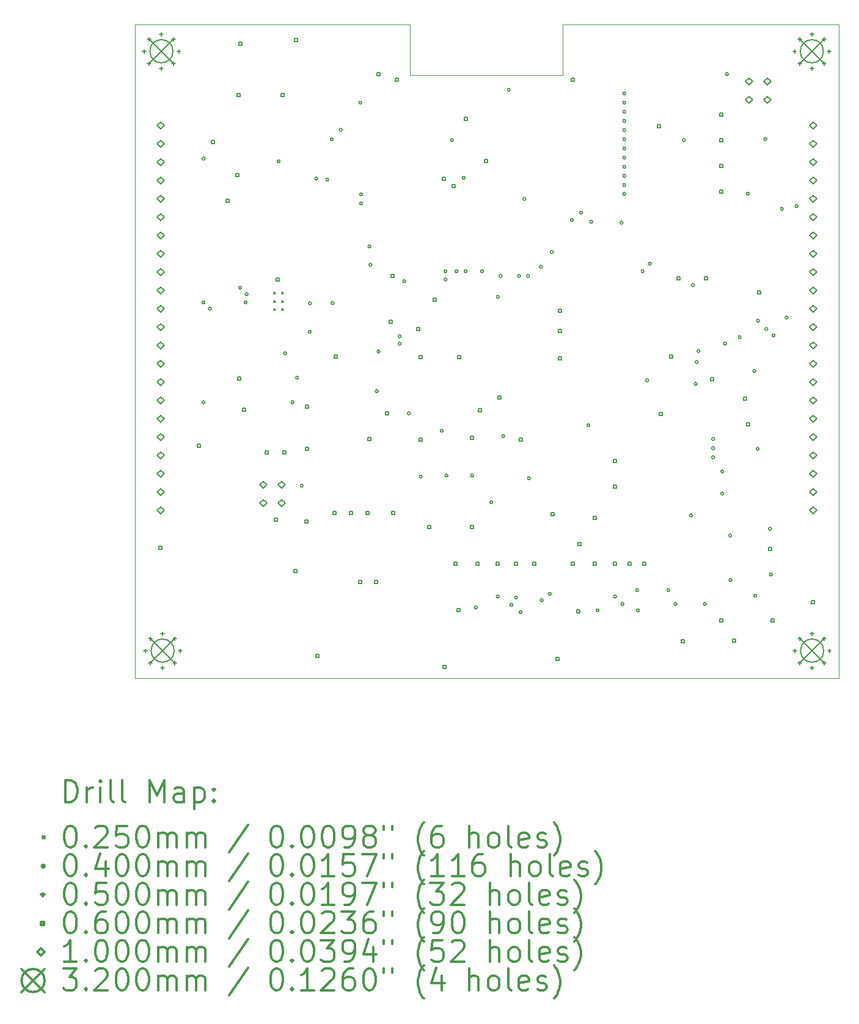
<source format=gbr>
%FSLAX45Y45*%
G04 Gerber Fmt 4.5, Leading zero omitted, Abs format (unit mm)*
G04 Created by KiCad (PCBNEW (5.1.12)-1) date 2022-03-11 14:50:15*
%MOMM*%
%LPD*%
G01*
G04 APERTURE LIST*
%TA.AperFunction,Profile*%
%ADD10C,0.050000*%
%TD*%
%ADD11C,0.200000*%
%ADD12C,0.300000*%
G04 APERTURE END LIST*
D10*
X20218400Y-12560300D02*
X22339300Y-12560300D01*
X22339300Y-11861800D02*
X22352000Y-11861800D01*
X22339300Y-12560300D02*
X22339300Y-11861800D01*
X20218400Y-11861800D02*
X20218400Y-12560300D01*
X20218400Y-11861800D02*
X16408400Y-11861800D01*
X20218400Y-11861800D02*
X20218400Y-11861800D01*
X16408400Y-11861800D02*
X16408400Y-20916900D01*
X26162000Y-11861800D02*
X22352000Y-11861800D01*
X26162000Y-20916900D02*
X26162000Y-11861800D01*
X16408400Y-20916900D02*
X26162000Y-20916900D01*
D11*
X18334750Y-15569950D02*
X18359750Y-15594950D01*
X18359750Y-15569950D02*
X18334750Y-15594950D01*
X18334750Y-15684700D02*
X18359750Y-15709700D01*
X18359750Y-15684700D02*
X18334750Y-15709700D01*
X18334750Y-15799450D02*
X18359750Y-15824450D01*
X18359750Y-15799450D02*
X18334750Y-15824450D01*
X18444850Y-15569950D02*
X18469850Y-15594950D01*
X18469850Y-15569950D02*
X18444850Y-15594950D01*
X18444850Y-15684700D02*
X18469850Y-15709700D01*
X18469850Y-15684700D02*
X18444850Y-15709700D01*
X18444850Y-15799450D02*
X18469850Y-15824450D01*
X18469850Y-15799450D02*
X18444850Y-15824450D01*
X17380900Y-13716000D02*
G75*
G03*
X17380900Y-13716000I-20000J0D01*
G01*
X17380900Y-15709900D02*
G75*
G03*
X17380900Y-15709900I-20000J0D01*
G01*
X17380900Y-17094200D02*
G75*
G03*
X17380900Y-17094200I-20000J0D01*
G01*
X17469800Y-15798800D02*
G75*
G03*
X17469800Y-15798800I-20000J0D01*
G01*
X17888900Y-15506700D02*
G75*
G03*
X17888900Y-15506700I-20000J0D01*
G01*
X17965100Y-15709900D02*
G75*
G03*
X17965100Y-15709900I-20000J0D01*
G01*
X17977800Y-15595600D02*
G75*
G03*
X17977800Y-15595600I-20000J0D01*
G01*
X18422300Y-13754100D02*
G75*
G03*
X18422300Y-13754100I-20000J0D01*
G01*
X18511200Y-16416700D02*
G75*
G03*
X18511200Y-16416700I-20000J0D01*
G01*
X18612800Y-17094200D02*
G75*
G03*
X18612800Y-17094200I-20000J0D01*
G01*
X18676300Y-16753840D02*
G75*
G03*
X18676300Y-16753840I-20000J0D01*
G01*
X18739800Y-18249900D02*
G75*
G03*
X18739800Y-18249900I-20000J0D01*
G01*
X18854100Y-15722600D02*
G75*
G03*
X18854100Y-15722600I-20000J0D01*
G01*
X18854100Y-16116300D02*
G75*
G03*
X18854100Y-16116300I-20000J0D01*
G01*
X18943000Y-13995400D02*
G75*
G03*
X18943000Y-13995400I-20000J0D01*
G01*
X19095399Y-14008100D02*
G75*
G03*
X19095399Y-14008100I-20000J0D01*
G01*
X19158900Y-13449300D02*
G75*
G03*
X19158900Y-13449300I-20000J0D01*
G01*
X19169250Y-15720252D02*
G75*
G03*
X19169250Y-15720252I-20000J0D01*
G01*
X19282337Y-13318737D02*
G75*
G03*
X19282337Y-13318737I-20000J0D01*
G01*
X19552600Y-12941300D02*
G75*
G03*
X19552600Y-12941300I-20000J0D01*
G01*
X19565300Y-14211300D02*
G75*
G03*
X19565300Y-14211300I-20000J0D01*
G01*
X19565300Y-14338300D02*
G75*
G03*
X19565300Y-14338300I-20000J0D01*
G01*
X19679600Y-14935200D02*
G75*
G03*
X19679600Y-14935200I-20000J0D01*
G01*
X19692300Y-15189200D02*
G75*
G03*
X19692300Y-15189200I-20000J0D01*
G01*
X19781200Y-16941800D02*
G75*
G03*
X19781200Y-16941800I-20000J0D01*
G01*
X19805050Y-16391500D02*
G75*
G03*
X19805050Y-16391500I-20000J0D01*
G01*
X20098700Y-16179800D02*
G75*
G03*
X20098700Y-16179800I-20000J0D01*
G01*
X20098700Y-16281400D02*
G75*
G03*
X20098700Y-16281400I-20000J0D01*
G01*
X20162200Y-15417800D02*
G75*
G03*
X20162200Y-15417800I-20000J0D01*
G01*
X20225700Y-17246600D02*
G75*
G03*
X20225700Y-17246600I-20000J0D01*
G01*
X20390800Y-18122900D02*
G75*
G03*
X20390800Y-18122900I-20000J0D01*
G01*
X20682900Y-17487900D02*
G75*
G03*
X20682900Y-17487900I-20000J0D01*
G01*
X20733700Y-15278100D02*
G75*
G03*
X20733700Y-15278100I-20000J0D01*
G01*
X20733700Y-15392400D02*
G75*
G03*
X20733700Y-15392400I-20000J0D01*
G01*
X20746400Y-18110200D02*
G75*
G03*
X20746400Y-18110200I-20000J0D01*
G01*
X20822600Y-13462000D02*
G75*
G03*
X20822600Y-13462000I-20000J0D01*
G01*
X20886100Y-15278100D02*
G75*
G03*
X20886100Y-15278100I-20000J0D01*
G01*
X20987700Y-13982700D02*
G75*
G03*
X20987700Y-13982700I-20000J0D01*
G01*
X21013100Y-15278100D02*
G75*
G03*
X21013100Y-15278100I-20000J0D01*
G01*
X21102000Y-18110200D02*
G75*
G03*
X21102000Y-18110200I-20000J0D01*
G01*
X21152800Y-19939000D02*
G75*
G03*
X21152800Y-19939000I-20000J0D01*
G01*
X21241700Y-15278100D02*
G75*
G03*
X21241700Y-15278100I-20000J0D01*
G01*
X21368700Y-18478500D02*
G75*
G03*
X21368700Y-18478500I-20000J0D01*
G01*
X21457600Y-15633700D02*
G75*
G03*
X21457600Y-15633700I-20000J0D01*
G01*
X21457600Y-19786600D02*
G75*
G03*
X21457600Y-19786600I-20000J0D01*
G01*
X21495700Y-15341600D02*
G75*
G03*
X21495700Y-15341600I-20000J0D01*
G01*
X21533800Y-17564099D02*
G75*
G03*
X21533800Y-17564099I-20000J0D01*
G01*
X21610000Y-12763501D02*
G75*
G03*
X21610000Y-12763501I-20000J0D01*
G01*
X21648100Y-19900900D02*
G75*
G03*
X21648100Y-19900900I-20000J0D01*
G01*
X21711600Y-19799300D02*
G75*
G03*
X21711600Y-19799300I-20000J0D01*
G01*
X21754101Y-15344241D02*
G75*
G03*
X21754101Y-15344241I-20000J0D01*
G01*
X21775100Y-20002500D02*
G75*
G03*
X21775100Y-20002500I-20000J0D01*
G01*
X21825900Y-14274800D02*
G75*
G03*
X21825900Y-14274800I-20000J0D01*
G01*
X21876700Y-15341600D02*
G75*
G03*
X21876700Y-15341600I-20000J0D01*
G01*
X21889400Y-18148300D02*
G75*
G03*
X21889400Y-18148300I-20000J0D01*
G01*
X22054499Y-15214600D02*
G75*
G03*
X22054499Y-15214600I-20000J0D01*
G01*
X22067200Y-19837400D02*
G75*
G03*
X22067200Y-19837400I-20000J0D01*
G01*
X22181500Y-19748500D02*
G75*
G03*
X22181500Y-19748500I-20000J0D01*
G01*
X22206900Y-15011400D02*
G75*
G03*
X22206900Y-15011400I-20000J0D01*
G01*
X22486300Y-14566900D02*
G75*
G03*
X22486300Y-14566900I-20000J0D01*
G01*
X22613300Y-14465300D02*
G75*
G03*
X22613300Y-14465300I-20000J0D01*
G01*
X22714900Y-17411700D02*
G75*
G03*
X22714900Y-17411700I-20000J0D01*
G01*
X22753000Y-14592300D02*
G75*
G03*
X22753000Y-14592300I-20000J0D01*
G01*
X22841900Y-19977100D02*
G75*
G03*
X22841900Y-19977100I-20000J0D01*
G01*
X23083200Y-19786600D02*
G75*
G03*
X23083200Y-19786600I-20000J0D01*
G01*
X23172100Y-14605000D02*
G75*
G03*
X23172100Y-14605000I-20000J0D01*
G01*
X23184800Y-19888200D02*
G75*
G03*
X23184800Y-19888200I-20000J0D01*
G01*
X23210200Y-12814300D02*
G75*
G03*
X23210200Y-12814300I-20000J0D01*
G01*
X23210200Y-12941300D02*
G75*
G03*
X23210200Y-12941300I-20000J0D01*
G01*
X23210200Y-13068300D02*
G75*
G03*
X23210200Y-13068300I-20000J0D01*
G01*
X23210200Y-13195300D02*
G75*
G03*
X23210200Y-13195300I-20000J0D01*
G01*
X23210200Y-13322300D02*
G75*
G03*
X23210200Y-13322300I-20000J0D01*
G01*
X23210200Y-13449300D02*
G75*
G03*
X23210200Y-13449300I-20000J0D01*
G01*
X23210200Y-13576300D02*
G75*
G03*
X23210200Y-13576300I-20000J0D01*
G01*
X23210200Y-13703300D02*
G75*
G03*
X23210200Y-13703300I-20000J0D01*
G01*
X23210200Y-13830300D02*
G75*
G03*
X23210200Y-13830300I-20000J0D01*
G01*
X23210200Y-13957300D02*
G75*
G03*
X23210200Y-13957300I-20000J0D01*
G01*
X23210200Y-14084300D02*
G75*
G03*
X23210200Y-14084300I-20000J0D01*
G01*
X23210200Y-14206900D02*
G75*
G03*
X23210200Y-14206900I-20000J0D01*
G01*
X23388000Y-19697700D02*
G75*
G03*
X23388000Y-19697700I-20000J0D01*
G01*
X23400700Y-19977101D02*
G75*
G03*
X23400700Y-19977101I-20000J0D01*
G01*
X23464200Y-15278100D02*
G75*
G03*
X23464200Y-15278100I-20000J0D01*
G01*
X23527700Y-16789400D02*
G75*
G03*
X23527700Y-16789400I-20000J0D01*
G01*
X23565800Y-15173960D02*
G75*
G03*
X23565800Y-15173960I-20000J0D01*
G01*
X23819800Y-19697700D02*
G75*
G03*
X23819800Y-19697700I-20000J0D01*
G01*
X23921400Y-19888200D02*
G75*
G03*
X23921400Y-19888200I-20000J0D01*
G01*
X24035700Y-13462000D02*
G75*
G03*
X24035700Y-13462000I-20000J0D01*
G01*
X24137300Y-18662650D02*
G75*
G03*
X24137300Y-18662650I-20000J0D01*
G01*
X24162700Y-15468600D02*
G75*
G03*
X24162700Y-15468600I-20000J0D01*
G01*
X24200800Y-16840200D02*
G75*
G03*
X24200800Y-16840200I-20000J0D01*
G01*
X24213500Y-16535400D02*
G75*
G03*
X24213500Y-16535400I-20000J0D01*
G01*
X24238900Y-16383000D02*
G75*
G03*
X24238900Y-16383000I-20000J0D01*
G01*
X24327800Y-19888200D02*
G75*
G03*
X24327800Y-19888200I-20000J0D01*
G01*
X24442100Y-17602200D02*
G75*
G03*
X24442100Y-17602200I-20000J0D01*
G01*
X24442100Y-17856200D02*
G75*
G03*
X24442100Y-17856200I-20000J0D01*
G01*
X24442100Y-17729200D02*
G75*
G03*
X24442100Y-17729200I-20000J0D01*
G01*
X24569100Y-18053050D02*
G75*
G03*
X24569100Y-18053050I-20000J0D01*
G01*
X24569100Y-18357850D02*
G75*
G03*
X24569100Y-18357850I-20000J0D01*
G01*
X24607200Y-16281400D02*
G75*
G03*
X24607200Y-16281400I-20000J0D01*
G01*
X24632600Y-12547600D02*
G75*
G03*
X24632600Y-12547600I-20000J0D01*
G01*
X24677300Y-18941800D02*
G75*
G03*
X24677300Y-18941800I-20000J0D01*
G01*
X24683400Y-19558000D02*
G75*
G03*
X24683400Y-19558000I-20000J0D01*
G01*
X24810400Y-16192500D02*
G75*
G03*
X24810400Y-16192500I-20000J0D01*
G01*
X24922160Y-14203680D02*
G75*
G03*
X24922160Y-14203680I-20000J0D01*
G01*
X25013600Y-16662400D02*
G75*
G03*
X25013600Y-16662400I-20000J0D01*
G01*
X25026300Y-19773900D02*
G75*
G03*
X25026300Y-19773900I-20000J0D01*
G01*
X25059320Y-17739360D02*
G75*
G03*
X25059320Y-17739360I-20000J0D01*
G01*
X25064400Y-15963900D02*
G75*
G03*
X25064400Y-15963900I-20000J0D01*
G01*
X25166000Y-13446760D02*
G75*
G03*
X25166000Y-13446760I-20000J0D01*
G01*
X25178700Y-16078200D02*
G75*
G03*
X25178700Y-16078200I-20000J0D01*
G01*
X25229500Y-18846800D02*
G75*
G03*
X25229500Y-18846800I-20000J0D01*
G01*
X25242200Y-19481800D02*
G75*
G03*
X25242200Y-19481800I-20000J0D01*
G01*
X25280300Y-16167100D02*
G75*
G03*
X25280300Y-16167100I-20000J0D01*
G01*
X25394600Y-14414500D02*
G75*
G03*
X25394600Y-14414500I-20000J0D01*
G01*
X25460640Y-15920720D02*
G75*
G03*
X25460640Y-15920720I-20000J0D01*
G01*
X25597800Y-14376400D02*
G75*
G03*
X25597800Y-14376400I-20000J0D01*
G01*
X16536700Y-12205100D02*
X16536700Y-12255100D01*
X16511700Y-12230100D02*
X16561700Y-12230100D01*
X16553700Y-20510900D02*
X16553700Y-20560900D01*
X16528700Y-20535900D02*
X16578700Y-20535900D01*
X16606994Y-12035394D02*
X16606994Y-12085394D01*
X16581994Y-12060394D02*
X16631994Y-12060394D01*
X16606994Y-12374806D02*
X16606994Y-12424806D01*
X16581994Y-12399806D02*
X16631994Y-12399806D01*
X16623994Y-20341194D02*
X16623994Y-20391194D01*
X16598994Y-20366194D02*
X16648994Y-20366194D01*
X16623994Y-20680606D02*
X16623994Y-20730606D01*
X16598994Y-20705606D02*
X16648994Y-20705606D01*
X16776700Y-11965100D02*
X16776700Y-12015100D01*
X16751700Y-11990100D02*
X16801700Y-11990100D01*
X16776700Y-12445100D02*
X16776700Y-12495100D01*
X16751700Y-12470100D02*
X16801700Y-12470100D01*
X16793700Y-20270900D02*
X16793700Y-20320900D01*
X16768700Y-20295900D02*
X16818700Y-20295900D01*
X16793700Y-20750900D02*
X16793700Y-20800900D01*
X16768700Y-20775900D02*
X16818700Y-20775900D01*
X16946406Y-12035394D02*
X16946406Y-12085394D01*
X16921406Y-12060394D02*
X16971406Y-12060394D01*
X16946406Y-12374806D02*
X16946406Y-12424806D01*
X16921406Y-12399806D02*
X16971406Y-12399806D01*
X16963406Y-20341194D02*
X16963406Y-20391194D01*
X16938406Y-20366194D02*
X16988406Y-20366194D01*
X16963406Y-20680606D02*
X16963406Y-20730606D01*
X16938406Y-20705606D02*
X16988406Y-20705606D01*
X17016700Y-12205100D02*
X17016700Y-12255100D01*
X16991700Y-12230100D02*
X17041700Y-12230100D01*
X17033700Y-20510900D02*
X17033700Y-20560900D01*
X17008700Y-20535900D02*
X17058700Y-20535900D01*
X25551000Y-12205100D02*
X25551000Y-12255100D01*
X25526000Y-12230100D02*
X25576000Y-12230100D01*
X25553700Y-20510900D02*
X25553700Y-20560900D01*
X25528700Y-20535900D02*
X25578700Y-20535900D01*
X25621294Y-12035394D02*
X25621294Y-12085394D01*
X25596294Y-12060394D02*
X25646294Y-12060394D01*
X25621294Y-12374806D02*
X25621294Y-12424806D01*
X25596294Y-12399806D02*
X25646294Y-12399806D01*
X25623994Y-20341194D02*
X25623994Y-20391194D01*
X25598994Y-20366194D02*
X25648994Y-20366194D01*
X25623994Y-20680606D02*
X25623994Y-20730606D01*
X25598994Y-20705606D02*
X25648994Y-20705606D01*
X25791000Y-11965100D02*
X25791000Y-12015100D01*
X25766000Y-11990100D02*
X25816000Y-11990100D01*
X25791000Y-12445100D02*
X25791000Y-12495100D01*
X25766000Y-12470100D02*
X25816000Y-12470100D01*
X25793700Y-20270900D02*
X25793700Y-20320900D01*
X25768700Y-20295900D02*
X25818700Y-20295900D01*
X25793700Y-20750900D02*
X25793700Y-20800900D01*
X25768700Y-20775900D02*
X25818700Y-20775900D01*
X25960706Y-12035394D02*
X25960706Y-12085394D01*
X25935706Y-12060394D02*
X25985706Y-12060394D01*
X25960706Y-12374806D02*
X25960706Y-12424806D01*
X25935706Y-12399806D02*
X25985706Y-12399806D01*
X25963406Y-20341194D02*
X25963406Y-20391194D01*
X25938406Y-20366194D02*
X25988406Y-20366194D01*
X25963406Y-20680606D02*
X25963406Y-20730606D01*
X25938406Y-20705606D02*
X25988406Y-20705606D01*
X26031000Y-12205100D02*
X26031000Y-12255100D01*
X26006000Y-12230100D02*
X26056000Y-12230100D01*
X26033700Y-20510900D02*
X26033700Y-20560900D01*
X26008700Y-20535900D02*
X26058700Y-20535900D01*
X16785213Y-19134713D02*
X16785213Y-19092287D01*
X16742787Y-19092287D01*
X16742787Y-19134713D01*
X16785213Y-19134713D01*
X17318613Y-17714853D02*
X17318613Y-17672427D01*
X17276187Y-17672427D01*
X17276187Y-17714853D01*
X17318613Y-17714853D01*
X17509113Y-13508613D02*
X17509113Y-13466187D01*
X17466687Y-13466187D01*
X17466687Y-13508613D01*
X17509113Y-13508613D01*
X17712313Y-14321413D02*
X17712313Y-14278987D01*
X17669887Y-14278987D01*
X17669887Y-14321413D01*
X17712313Y-14321413D01*
X17852013Y-13965813D02*
X17852013Y-13923387D01*
X17809587Y-13923387D01*
X17809587Y-13965813D01*
X17852013Y-13965813D01*
X17864713Y-12860913D02*
X17864713Y-12818487D01*
X17822287Y-12818487D01*
X17822287Y-12860913D01*
X17864713Y-12860913D01*
X17877413Y-16785213D02*
X17877413Y-16742787D01*
X17834987Y-16742787D01*
X17834987Y-16785213D01*
X17877413Y-16785213D01*
X17890113Y-12149713D02*
X17890113Y-12107287D01*
X17847687Y-12107287D01*
X17847687Y-12149713D01*
X17890113Y-12149713D01*
X17940913Y-17217013D02*
X17940913Y-17174587D01*
X17898487Y-17174587D01*
X17898487Y-17217013D01*
X17940913Y-17217013D01*
X18258413Y-17813913D02*
X18258413Y-17771487D01*
X18215987Y-17771487D01*
X18215987Y-17813913D01*
X18258413Y-17813913D01*
X18385413Y-18741013D02*
X18385413Y-18698587D01*
X18342987Y-18698587D01*
X18342987Y-18741013D01*
X18385413Y-18741013D01*
X18410819Y-15413613D02*
X18410819Y-15371187D01*
X18368392Y-15371187D01*
X18368392Y-15413613D01*
X18410819Y-15413613D01*
X18474313Y-12860913D02*
X18474313Y-12818487D01*
X18431887Y-12818487D01*
X18431887Y-12860913D01*
X18474313Y-12860913D01*
X18499713Y-17813913D02*
X18499713Y-17771487D01*
X18457287Y-17771487D01*
X18457287Y-17813913D01*
X18499713Y-17813913D01*
X18652113Y-19452213D02*
X18652113Y-19409787D01*
X18609687Y-19409787D01*
X18609687Y-19452213D01*
X18652113Y-19452213D01*
X18664813Y-12098913D02*
X18664813Y-12056487D01*
X18622387Y-12056487D01*
X18622387Y-12098913D01*
X18664813Y-12098913D01*
X18804513Y-18766414D02*
X18804513Y-18723987D01*
X18762087Y-18723987D01*
X18762087Y-18766414D01*
X18804513Y-18766414D01*
X18817213Y-17178913D02*
X18817213Y-17136487D01*
X18774787Y-17136487D01*
X18774787Y-17178913D01*
X18817213Y-17178913D01*
X18817213Y-17763113D02*
X18817213Y-17720687D01*
X18774787Y-17720687D01*
X18774787Y-17763113D01*
X18817213Y-17763113D01*
X18956913Y-20633313D02*
X18956913Y-20590887D01*
X18914487Y-20590887D01*
X18914487Y-20633313D01*
X18956913Y-20633313D01*
X19198213Y-18652113D02*
X19198213Y-18609687D01*
X19155787Y-18609687D01*
X19155787Y-18652113D01*
X19198213Y-18652113D01*
X19213263Y-16478064D02*
X19213263Y-16435637D01*
X19170837Y-16435637D01*
X19170837Y-16478064D01*
X19213263Y-16478064D01*
X19426813Y-18652114D02*
X19426813Y-18609688D01*
X19384387Y-18609688D01*
X19384387Y-18652114D01*
X19426813Y-18652114D01*
X19553813Y-19604613D02*
X19553813Y-19562187D01*
X19511387Y-19562187D01*
X19511387Y-19604613D01*
X19553813Y-19604613D01*
X19655413Y-18652113D02*
X19655413Y-18609687D01*
X19612987Y-18609687D01*
X19612987Y-18652113D01*
X19655413Y-18652113D01*
X19680813Y-17627214D02*
X19680813Y-17584788D01*
X19638387Y-17584788D01*
X19638387Y-17627214D01*
X19680813Y-17627214D01*
X19769713Y-19604613D02*
X19769713Y-19562187D01*
X19727287Y-19562187D01*
X19727287Y-19604613D01*
X19769713Y-19604613D01*
X19807810Y-12568813D02*
X19807810Y-12526387D01*
X19765383Y-12526387D01*
X19765383Y-12568813D01*
X19807810Y-12568813D01*
X19922113Y-17267813D02*
X19922113Y-17225387D01*
X19879687Y-17225387D01*
X19879687Y-17267813D01*
X19922113Y-17267813D01*
X19972913Y-15997813D02*
X19972913Y-15955387D01*
X19930487Y-15955387D01*
X19930487Y-15997813D01*
X19972913Y-15997813D01*
X20000665Y-15360465D02*
X20000665Y-15318038D01*
X19958239Y-15318038D01*
X19958239Y-15360465D01*
X20000665Y-15360465D01*
X20011013Y-18652113D02*
X20011013Y-18609687D01*
X19968587Y-18609687D01*
X19968587Y-18652113D01*
X20011013Y-18652113D01*
X20061813Y-12645013D02*
X20061813Y-12602587D01*
X20019387Y-12602587D01*
X20019387Y-12645013D01*
X20061813Y-12645013D01*
X20353913Y-16099413D02*
X20353913Y-16056987D01*
X20311487Y-16056987D01*
X20311487Y-16099413D01*
X20353913Y-16099413D01*
X20392013Y-16493113D02*
X20392013Y-16450687D01*
X20349587Y-16450687D01*
X20349587Y-16493113D01*
X20392013Y-16493113D01*
X20392013Y-17636113D02*
X20392013Y-17593687D01*
X20349587Y-17593687D01*
X20349587Y-17636113D01*
X20392013Y-17636113D01*
X20506313Y-18842613D02*
X20506313Y-18800187D01*
X20463887Y-18800187D01*
X20463887Y-18842613D01*
X20506313Y-18842613D01*
X20582513Y-15693013D02*
X20582513Y-15650587D01*
X20540087Y-15650587D01*
X20540087Y-15693013D01*
X20582513Y-15693013D01*
X20709513Y-14016613D02*
X20709513Y-13974187D01*
X20667087Y-13974187D01*
X20667087Y-14016613D01*
X20709513Y-14016613D01*
X20720913Y-20784413D02*
X20720913Y-20741987D01*
X20678487Y-20741987D01*
X20678487Y-20784413D01*
X20720913Y-20784413D01*
X20849213Y-14118213D02*
X20849213Y-14075787D01*
X20806787Y-14075787D01*
X20806787Y-14118213D01*
X20849213Y-14118213D01*
X20874613Y-19350613D02*
X20874613Y-19308187D01*
X20832187Y-19308187D01*
X20832187Y-19350613D01*
X20874613Y-19350613D01*
X20912713Y-19998313D02*
X20912713Y-19955887D01*
X20870287Y-19955887D01*
X20870287Y-19998313D01*
X20912713Y-19998313D01*
X20925413Y-16493113D02*
X20925413Y-16450687D01*
X20882987Y-16450687D01*
X20882987Y-16493113D01*
X20925413Y-16493113D01*
X21014313Y-13191113D02*
X21014313Y-13148687D01*
X20971887Y-13148687D01*
X20971887Y-13191113D01*
X21014313Y-13191113D01*
X21103213Y-17610713D02*
X21103213Y-17568287D01*
X21060787Y-17568287D01*
X21060787Y-17610713D01*
X21103213Y-17610713D01*
X21103213Y-18842613D02*
X21103213Y-18800187D01*
X21060787Y-18800187D01*
X21060787Y-18842613D01*
X21103213Y-18842613D01*
X21179413Y-19350613D02*
X21179413Y-19308187D01*
X21136987Y-19308187D01*
X21136987Y-19350613D01*
X21179413Y-19350613D01*
X21209893Y-17222093D02*
X21209893Y-17179667D01*
X21167467Y-17179667D01*
X21167467Y-17222093D01*
X21209893Y-17222093D01*
X21293713Y-13775313D02*
X21293713Y-13732887D01*
X21251287Y-13732887D01*
X21251287Y-13775313D01*
X21293713Y-13775313D01*
X21458813Y-19350613D02*
X21458813Y-19308187D01*
X21416387Y-19308187D01*
X21416387Y-19350613D01*
X21458813Y-19350613D01*
X21484213Y-17051913D02*
X21484213Y-17009487D01*
X21441786Y-17009487D01*
X21441786Y-17051913D01*
X21484213Y-17051913D01*
X21712813Y-19350613D02*
X21712813Y-19308187D01*
X21670387Y-19308187D01*
X21670387Y-19350613D01*
X21712813Y-19350613D01*
X21782863Y-17629963D02*
X21782863Y-17587537D01*
X21740437Y-17587537D01*
X21740437Y-17629963D01*
X21782863Y-17629963D01*
X21966813Y-19350613D02*
X21966813Y-19308187D01*
X21924387Y-19308187D01*
X21924387Y-19350613D01*
X21966813Y-19350613D01*
X22220813Y-18664813D02*
X22220813Y-18622387D01*
X22178387Y-18622387D01*
X22178387Y-18664813D01*
X22220813Y-18664813D01*
X22284313Y-20671413D02*
X22284313Y-20628987D01*
X22241887Y-20628987D01*
X22241887Y-20671413D01*
X22284313Y-20671413D01*
X22322413Y-15845413D02*
X22322413Y-15802987D01*
X22279987Y-15802987D01*
X22279987Y-15845413D01*
X22322413Y-15845413D01*
X22322413Y-16124813D02*
X22322413Y-16082387D01*
X22279987Y-16082387D01*
X22279987Y-16124813D01*
X22322413Y-16124813D01*
X22322413Y-16505813D02*
X22322413Y-16463387D01*
X22279987Y-16463387D01*
X22279987Y-16505813D01*
X22322413Y-16505813D01*
X22500213Y-12645013D02*
X22500213Y-12602587D01*
X22457787Y-12602587D01*
X22457787Y-12645013D01*
X22500213Y-12645013D01*
X22500213Y-19350613D02*
X22500213Y-19308187D01*
X22457787Y-19308187D01*
X22457787Y-19350613D01*
X22500213Y-19350613D01*
X22576413Y-20011013D02*
X22576413Y-19968587D01*
X22533987Y-19968587D01*
X22533987Y-20011013D01*
X22576413Y-20011013D01*
X22589113Y-19083913D02*
X22589113Y-19041487D01*
X22546687Y-19041487D01*
X22546687Y-19083913D01*
X22589113Y-19083913D01*
X22805013Y-18715613D02*
X22805013Y-18673187D01*
X22762587Y-18673187D01*
X22762587Y-18715613D01*
X22805013Y-18715613D01*
X22805013Y-19350613D02*
X22805013Y-19308187D01*
X22762587Y-19308187D01*
X22762587Y-19350613D01*
X22805013Y-19350613D01*
X23084413Y-17928213D02*
X23084413Y-17885787D01*
X23041987Y-17885787D01*
X23041987Y-17928213D01*
X23084413Y-17928213D01*
X23084413Y-18283813D02*
X23084413Y-18241387D01*
X23041987Y-18241387D01*
X23041987Y-18283813D01*
X23084413Y-18283813D01*
X23084413Y-19350613D02*
X23084413Y-19308187D01*
X23041987Y-19308187D01*
X23041987Y-19350613D01*
X23084413Y-19350613D01*
X23287613Y-19350613D02*
X23287613Y-19308187D01*
X23245187Y-19308187D01*
X23245187Y-19350613D01*
X23287613Y-19350613D01*
X23490813Y-19350613D02*
X23490813Y-19308187D01*
X23448387Y-19308187D01*
X23448387Y-19350613D01*
X23490813Y-19350613D01*
X23694013Y-13292713D02*
X23694013Y-13250287D01*
X23651587Y-13250287D01*
X23651587Y-13292713D01*
X23694013Y-13292713D01*
X23719413Y-17280513D02*
X23719413Y-17238087D01*
X23676987Y-17238087D01*
X23676987Y-17280513D01*
X23719413Y-17280513D01*
X23859113Y-16480413D02*
X23859113Y-16437987D01*
X23816687Y-16437987D01*
X23816687Y-16480413D01*
X23859113Y-16480413D01*
X23960713Y-15400913D02*
X23960713Y-15358487D01*
X23918287Y-15358487D01*
X23918287Y-15400913D01*
X23960713Y-15400913D01*
X24024213Y-20430113D02*
X24024213Y-20387687D01*
X23981787Y-20387687D01*
X23981787Y-20430113D01*
X24024213Y-20430113D01*
X24341713Y-15400913D02*
X24341713Y-15358487D01*
X24299287Y-15358487D01*
X24299287Y-15400913D01*
X24341713Y-15400913D01*
X24430613Y-16797913D02*
X24430613Y-16755487D01*
X24388187Y-16755487D01*
X24388187Y-16797913D01*
X24430613Y-16797913D01*
X24557613Y-13127613D02*
X24557613Y-13085187D01*
X24515187Y-13085187D01*
X24515187Y-13127613D01*
X24557613Y-13127613D01*
X24557613Y-13483213D02*
X24557613Y-13440787D01*
X24515187Y-13440787D01*
X24515187Y-13483213D01*
X24557613Y-13483213D01*
X24557613Y-13838813D02*
X24557613Y-13796387D01*
X24515187Y-13796387D01*
X24515187Y-13838813D01*
X24557613Y-13838813D01*
X24557613Y-14194413D02*
X24557613Y-14151987D01*
X24515187Y-14151987D01*
X24515187Y-14194413D01*
X24557613Y-14194413D01*
X24557613Y-20138013D02*
X24557613Y-20095587D01*
X24515187Y-20095587D01*
X24515187Y-20138013D01*
X24557613Y-20138013D01*
X24735413Y-20417413D02*
X24735413Y-20374987D01*
X24692987Y-20374987D01*
X24692987Y-20417413D01*
X24735413Y-20417413D01*
X24887813Y-17064613D02*
X24887813Y-17022187D01*
X24845387Y-17022187D01*
X24845387Y-17064613D01*
X24887813Y-17064613D01*
X24925913Y-17420213D02*
X24925913Y-17377787D01*
X24883487Y-17377787D01*
X24883487Y-17420213D01*
X24925913Y-17420213D01*
X25078313Y-15591413D02*
X25078313Y-15548987D01*
X25035887Y-15548987D01*
X25035887Y-15591413D01*
X25078313Y-15591413D01*
X25230713Y-19147413D02*
X25230713Y-19104987D01*
X25188287Y-19104987D01*
X25188287Y-19147413D01*
X25230713Y-19147413D01*
X25268814Y-20138013D02*
X25268814Y-20095587D01*
X25226387Y-20095587D01*
X25226387Y-20138013D01*
X25268814Y-20138013D01*
X25827613Y-19884013D02*
X25827613Y-19841587D01*
X25785187Y-19841587D01*
X25785187Y-19884013D01*
X25827613Y-19884013D01*
X16764000Y-13308800D02*
X16814000Y-13258800D01*
X16764000Y-13208800D01*
X16714000Y-13258800D01*
X16764000Y-13308800D01*
X16764000Y-13562800D02*
X16814000Y-13512800D01*
X16764000Y-13462800D01*
X16714000Y-13512800D01*
X16764000Y-13562800D01*
X16764000Y-13816800D02*
X16814000Y-13766800D01*
X16764000Y-13716800D01*
X16714000Y-13766800D01*
X16764000Y-13816800D01*
X16764000Y-14070800D02*
X16814000Y-14020800D01*
X16764000Y-13970800D01*
X16714000Y-14020800D01*
X16764000Y-14070800D01*
X16764000Y-14324800D02*
X16814000Y-14274800D01*
X16764000Y-14224800D01*
X16714000Y-14274800D01*
X16764000Y-14324800D01*
X16764000Y-14578800D02*
X16814000Y-14528800D01*
X16764000Y-14478800D01*
X16714000Y-14528800D01*
X16764000Y-14578800D01*
X16764000Y-14832800D02*
X16814000Y-14782800D01*
X16764000Y-14732800D01*
X16714000Y-14782800D01*
X16764000Y-14832800D01*
X16764000Y-15086800D02*
X16814000Y-15036800D01*
X16764000Y-14986800D01*
X16714000Y-15036800D01*
X16764000Y-15086800D01*
X16764000Y-15340800D02*
X16814000Y-15290800D01*
X16764000Y-15240800D01*
X16714000Y-15290800D01*
X16764000Y-15340800D01*
X16764000Y-15594800D02*
X16814000Y-15544800D01*
X16764000Y-15494800D01*
X16714000Y-15544800D01*
X16764000Y-15594800D01*
X16764000Y-15848800D02*
X16814000Y-15798800D01*
X16764000Y-15748800D01*
X16714000Y-15798800D01*
X16764000Y-15848800D01*
X16764000Y-16102800D02*
X16814000Y-16052800D01*
X16764000Y-16002800D01*
X16714000Y-16052800D01*
X16764000Y-16102800D01*
X16764000Y-16356800D02*
X16814000Y-16306800D01*
X16764000Y-16256800D01*
X16714000Y-16306800D01*
X16764000Y-16356800D01*
X16764000Y-16610800D02*
X16814000Y-16560800D01*
X16764000Y-16510800D01*
X16714000Y-16560800D01*
X16764000Y-16610800D01*
X16764000Y-16864800D02*
X16814000Y-16814800D01*
X16764000Y-16764800D01*
X16714000Y-16814800D01*
X16764000Y-16864800D01*
X16764000Y-17118800D02*
X16814000Y-17068800D01*
X16764000Y-17018800D01*
X16714000Y-17068800D01*
X16764000Y-17118800D01*
X16764000Y-17372800D02*
X16814000Y-17322800D01*
X16764000Y-17272800D01*
X16714000Y-17322800D01*
X16764000Y-17372800D01*
X16764000Y-17626800D02*
X16814000Y-17576800D01*
X16764000Y-17526800D01*
X16714000Y-17576800D01*
X16764000Y-17626800D01*
X16764000Y-17880800D02*
X16814000Y-17830800D01*
X16764000Y-17780800D01*
X16714000Y-17830800D01*
X16764000Y-17880800D01*
X16764000Y-18134800D02*
X16814000Y-18084800D01*
X16764000Y-18034800D01*
X16714000Y-18084800D01*
X16764000Y-18134800D01*
X16764000Y-18388800D02*
X16814000Y-18338800D01*
X16764000Y-18288800D01*
X16714000Y-18338800D01*
X16764000Y-18388800D01*
X16764000Y-18642800D02*
X16814000Y-18592800D01*
X16764000Y-18542800D01*
X16714000Y-18592800D01*
X16764000Y-18642800D01*
X18186400Y-18287200D02*
X18236400Y-18237200D01*
X18186400Y-18187200D01*
X18136400Y-18237200D01*
X18186400Y-18287200D01*
X18186400Y-18541200D02*
X18236400Y-18491200D01*
X18186400Y-18441200D01*
X18136400Y-18491200D01*
X18186400Y-18541200D01*
X18440400Y-18287200D02*
X18490400Y-18237200D01*
X18440400Y-18187200D01*
X18390400Y-18237200D01*
X18440400Y-18287200D01*
X18440400Y-18541200D02*
X18490400Y-18491200D01*
X18440400Y-18441200D01*
X18390400Y-18491200D01*
X18440400Y-18541200D01*
X24917400Y-12699200D02*
X24967400Y-12649200D01*
X24917400Y-12599200D01*
X24867400Y-12649200D01*
X24917400Y-12699200D01*
X24917400Y-12953200D02*
X24967400Y-12903200D01*
X24917400Y-12853200D01*
X24867400Y-12903200D01*
X24917400Y-12953200D01*
X25171400Y-12699200D02*
X25221400Y-12649200D01*
X25171400Y-12599200D01*
X25121400Y-12649200D01*
X25171400Y-12699200D01*
X25171400Y-12953200D02*
X25221400Y-12903200D01*
X25171400Y-12853200D01*
X25121400Y-12903200D01*
X25171400Y-12953200D01*
X25806400Y-13308800D02*
X25856400Y-13258800D01*
X25806400Y-13208800D01*
X25756400Y-13258800D01*
X25806400Y-13308800D01*
X25806400Y-13562800D02*
X25856400Y-13512800D01*
X25806400Y-13462800D01*
X25756400Y-13512800D01*
X25806400Y-13562800D01*
X25806400Y-13816800D02*
X25856400Y-13766800D01*
X25806400Y-13716800D01*
X25756400Y-13766800D01*
X25806400Y-13816800D01*
X25806400Y-14070800D02*
X25856400Y-14020800D01*
X25806400Y-13970800D01*
X25756400Y-14020800D01*
X25806400Y-14070800D01*
X25806400Y-14324800D02*
X25856400Y-14274800D01*
X25806400Y-14224800D01*
X25756400Y-14274800D01*
X25806400Y-14324800D01*
X25806400Y-14578800D02*
X25856400Y-14528800D01*
X25806400Y-14478800D01*
X25756400Y-14528800D01*
X25806400Y-14578800D01*
X25806400Y-14832800D02*
X25856400Y-14782800D01*
X25806400Y-14732800D01*
X25756400Y-14782800D01*
X25806400Y-14832800D01*
X25806400Y-15086800D02*
X25856400Y-15036800D01*
X25806400Y-14986800D01*
X25756400Y-15036800D01*
X25806400Y-15086800D01*
X25806400Y-15340800D02*
X25856400Y-15290800D01*
X25806400Y-15240800D01*
X25756400Y-15290800D01*
X25806400Y-15340800D01*
X25806400Y-15594800D02*
X25856400Y-15544800D01*
X25806400Y-15494800D01*
X25756400Y-15544800D01*
X25806400Y-15594800D01*
X25806400Y-15848800D02*
X25856400Y-15798800D01*
X25806400Y-15748800D01*
X25756400Y-15798800D01*
X25806400Y-15848800D01*
X25806400Y-16102800D02*
X25856400Y-16052800D01*
X25806400Y-16002800D01*
X25756400Y-16052800D01*
X25806400Y-16102800D01*
X25806400Y-16356800D02*
X25856400Y-16306800D01*
X25806400Y-16256800D01*
X25756400Y-16306800D01*
X25806400Y-16356800D01*
X25806400Y-16610800D02*
X25856400Y-16560800D01*
X25806400Y-16510800D01*
X25756400Y-16560800D01*
X25806400Y-16610800D01*
X25806400Y-16864800D02*
X25856400Y-16814800D01*
X25806400Y-16764800D01*
X25756400Y-16814800D01*
X25806400Y-16864800D01*
X25806400Y-17118800D02*
X25856400Y-17068800D01*
X25806400Y-17018800D01*
X25756400Y-17068800D01*
X25806400Y-17118800D01*
X25806400Y-17372800D02*
X25856400Y-17322800D01*
X25806400Y-17272800D01*
X25756400Y-17322800D01*
X25806400Y-17372800D01*
X25806400Y-17626800D02*
X25856400Y-17576800D01*
X25806400Y-17526800D01*
X25756400Y-17576800D01*
X25806400Y-17626800D01*
X25806400Y-17880800D02*
X25856400Y-17830800D01*
X25806400Y-17780800D01*
X25756400Y-17830800D01*
X25806400Y-17880800D01*
X25806400Y-18134800D02*
X25856400Y-18084800D01*
X25806400Y-18034800D01*
X25756400Y-18084800D01*
X25806400Y-18134800D01*
X25806400Y-18388800D02*
X25856400Y-18338800D01*
X25806400Y-18288800D01*
X25756400Y-18338800D01*
X25806400Y-18388800D01*
X25806400Y-18642800D02*
X25856400Y-18592800D01*
X25806400Y-18542800D01*
X25756400Y-18592800D01*
X25806400Y-18642800D01*
X16616700Y-12070100D02*
X16936700Y-12390100D01*
X16936700Y-12070100D02*
X16616700Y-12390100D01*
X16936700Y-12230100D02*
G75*
G03*
X16936700Y-12230100I-160000J0D01*
G01*
X16633700Y-20375900D02*
X16953700Y-20695900D01*
X16953700Y-20375900D02*
X16633700Y-20695900D01*
X16953700Y-20535900D02*
G75*
G03*
X16953700Y-20535900I-160000J0D01*
G01*
X25631000Y-12070100D02*
X25951000Y-12390100D01*
X25951000Y-12070100D02*
X25631000Y-12390100D01*
X25951000Y-12230100D02*
G75*
G03*
X25951000Y-12230100I-160000J0D01*
G01*
X25633700Y-20375900D02*
X25953700Y-20695900D01*
X25953700Y-20375900D02*
X25633700Y-20695900D01*
X25953700Y-20535900D02*
G75*
G03*
X25953700Y-20535900I-160000J0D01*
G01*
D12*
X15444828Y-22632614D02*
X15444828Y-22332614D01*
X15516257Y-22332614D01*
X15559114Y-22346900D01*
X15587686Y-22375471D01*
X15601971Y-22404043D01*
X15616257Y-22461186D01*
X15616257Y-22504043D01*
X15601971Y-22561186D01*
X15587686Y-22589757D01*
X15559114Y-22618328D01*
X15516257Y-22632614D01*
X15444828Y-22632614D01*
X15744828Y-22632614D02*
X15744828Y-22432614D01*
X15744828Y-22489757D02*
X15759114Y-22461186D01*
X15773400Y-22446900D01*
X15801971Y-22432614D01*
X15830543Y-22432614D01*
X15930543Y-22632614D02*
X15930543Y-22432614D01*
X15930543Y-22332614D02*
X15916257Y-22346900D01*
X15930543Y-22361186D01*
X15944828Y-22346900D01*
X15930543Y-22332614D01*
X15930543Y-22361186D01*
X16116257Y-22632614D02*
X16087686Y-22618328D01*
X16073400Y-22589757D01*
X16073400Y-22332614D01*
X16273400Y-22632614D02*
X16244828Y-22618328D01*
X16230543Y-22589757D01*
X16230543Y-22332614D01*
X16616257Y-22632614D02*
X16616257Y-22332614D01*
X16716257Y-22546900D01*
X16816257Y-22332614D01*
X16816257Y-22632614D01*
X17087686Y-22632614D02*
X17087686Y-22475471D01*
X17073400Y-22446900D01*
X17044829Y-22432614D01*
X16987686Y-22432614D01*
X16959114Y-22446900D01*
X17087686Y-22618328D02*
X17059114Y-22632614D01*
X16987686Y-22632614D01*
X16959114Y-22618328D01*
X16944829Y-22589757D01*
X16944829Y-22561186D01*
X16959114Y-22532614D01*
X16987686Y-22518328D01*
X17059114Y-22518328D01*
X17087686Y-22504043D01*
X17230543Y-22432614D02*
X17230543Y-22732614D01*
X17230543Y-22446900D02*
X17259114Y-22432614D01*
X17316257Y-22432614D01*
X17344829Y-22446900D01*
X17359114Y-22461186D01*
X17373400Y-22489757D01*
X17373400Y-22575471D01*
X17359114Y-22604043D01*
X17344829Y-22618328D01*
X17316257Y-22632614D01*
X17259114Y-22632614D01*
X17230543Y-22618328D01*
X17501971Y-22604043D02*
X17516257Y-22618328D01*
X17501971Y-22632614D01*
X17487686Y-22618328D01*
X17501971Y-22604043D01*
X17501971Y-22632614D01*
X17501971Y-22446900D02*
X17516257Y-22461186D01*
X17501971Y-22475471D01*
X17487686Y-22461186D01*
X17501971Y-22446900D01*
X17501971Y-22475471D01*
X15133400Y-23114400D02*
X15158400Y-23139400D01*
X15158400Y-23114400D02*
X15133400Y-23139400D01*
X15501971Y-22962614D02*
X15530543Y-22962614D01*
X15559114Y-22976900D01*
X15573400Y-22991186D01*
X15587686Y-23019757D01*
X15601971Y-23076900D01*
X15601971Y-23148328D01*
X15587686Y-23205471D01*
X15573400Y-23234043D01*
X15559114Y-23248328D01*
X15530543Y-23262614D01*
X15501971Y-23262614D01*
X15473400Y-23248328D01*
X15459114Y-23234043D01*
X15444828Y-23205471D01*
X15430543Y-23148328D01*
X15430543Y-23076900D01*
X15444828Y-23019757D01*
X15459114Y-22991186D01*
X15473400Y-22976900D01*
X15501971Y-22962614D01*
X15730543Y-23234043D02*
X15744828Y-23248328D01*
X15730543Y-23262614D01*
X15716257Y-23248328D01*
X15730543Y-23234043D01*
X15730543Y-23262614D01*
X15859114Y-22991186D02*
X15873400Y-22976900D01*
X15901971Y-22962614D01*
X15973400Y-22962614D01*
X16001971Y-22976900D01*
X16016257Y-22991186D01*
X16030543Y-23019757D01*
X16030543Y-23048328D01*
X16016257Y-23091186D01*
X15844828Y-23262614D01*
X16030543Y-23262614D01*
X16301971Y-22962614D02*
X16159114Y-22962614D01*
X16144828Y-23105471D01*
X16159114Y-23091186D01*
X16187686Y-23076900D01*
X16259114Y-23076900D01*
X16287686Y-23091186D01*
X16301971Y-23105471D01*
X16316257Y-23134043D01*
X16316257Y-23205471D01*
X16301971Y-23234043D01*
X16287686Y-23248328D01*
X16259114Y-23262614D01*
X16187686Y-23262614D01*
X16159114Y-23248328D01*
X16144828Y-23234043D01*
X16501971Y-22962614D02*
X16530543Y-22962614D01*
X16559114Y-22976900D01*
X16573400Y-22991186D01*
X16587686Y-23019757D01*
X16601971Y-23076900D01*
X16601971Y-23148328D01*
X16587686Y-23205471D01*
X16573400Y-23234043D01*
X16559114Y-23248328D01*
X16530543Y-23262614D01*
X16501971Y-23262614D01*
X16473400Y-23248328D01*
X16459114Y-23234043D01*
X16444828Y-23205471D01*
X16430543Y-23148328D01*
X16430543Y-23076900D01*
X16444828Y-23019757D01*
X16459114Y-22991186D01*
X16473400Y-22976900D01*
X16501971Y-22962614D01*
X16730543Y-23262614D02*
X16730543Y-23062614D01*
X16730543Y-23091186D02*
X16744828Y-23076900D01*
X16773400Y-23062614D01*
X16816257Y-23062614D01*
X16844829Y-23076900D01*
X16859114Y-23105471D01*
X16859114Y-23262614D01*
X16859114Y-23105471D02*
X16873400Y-23076900D01*
X16901971Y-23062614D01*
X16944829Y-23062614D01*
X16973400Y-23076900D01*
X16987686Y-23105471D01*
X16987686Y-23262614D01*
X17130543Y-23262614D02*
X17130543Y-23062614D01*
X17130543Y-23091186D02*
X17144829Y-23076900D01*
X17173400Y-23062614D01*
X17216257Y-23062614D01*
X17244829Y-23076900D01*
X17259114Y-23105471D01*
X17259114Y-23262614D01*
X17259114Y-23105471D02*
X17273400Y-23076900D01*
X17301971Y-23062614D01*
X17344829Y-23062614D01*
X17373400Y-23076900D01*
X17387686Y-23105471D01*
X17387686Y-23262614D01*
X17973400Y-22948328D02*
X17716257Y-23334043D01*
X18359114Y-22962614D02*
X18387686Y-22962614D01*
X18416257Y-22976900D01*
X18430543Y-22991186D01*
X18444829Y-23019757D01*
X18459114Y-23076900D01*
X18459114Y-23148328D01*
X18444829Y-23205471D01*
X18430543Y-23234043D01*
X18416257Y-23248328D01*
X18387686Y-23262614D01*
X18359114Y-23262614D01*
X18330543Y-23248328D01*
X18316257Y-23234043D01*
X18301971Y-23205471D01*
X18287686Y-23148328D01*
X18287686Y-23076900D01*
X18301971Y-23019757D01*
X18316257Y-22991186D01*
X18330543Y-22976900D01*
X18359114Y-22962614D01*
X18587686Y-23234043D02*
X18601971Y-23248328D01*
X18587686Y-23262614D01*
X18573400Y-23248328D01*
X18587686Y-23234043D01*
X18587686Y-23262614D01*
X18787686Y-22962614D02*
X18816257Y-22962614D01*
X18844829Y-22976900D01*
X18859114Y-22991186D01*
X18873400Y-23019757D01*
X18887686Y-23076900D01*
X18887686Y-23148328D01*
X18873400Y-23205471D01*
X18859114Y-23234043D01*
X18844829Y-23248328D01*
X18816257Y-23262614D01*
X18787686Y-23262614D01*
X18759114Y-23248328D01*
X18744829Y-23234043D01*
X18730543Y-23205471D01*
X18716257Y-23148328D01*
X18716257Y-23076900D01*
X18730543Y-23019757D01*
X18744829Y-22991186D01*
X18759114Y-22976900D01*
X18787686Y-22962614D01*
X19073400Y-22962614D02*
X19101971Y-22962614D01*
X19130543Y-22976900D01*
X19144829Y-22991186D01*
X19159114Y-23019757D01*
X19173400Y-23076900D01*
X19173400Y-23148328D01*
X19159114Y-23205471D01*
X19144829Y-23234043D01*
X19130543Y-23248328D01*
X19101971Y-23262614D01*
X19073400Y-23262614D01*
X19044829Y-23248328D01*
X19030543Y-23234043D01*
X19016257Y-23205471D01*
X19001971Y-23148328D01*
X19001971Y-23076900D01*
X19016257Y-23019757D01*
X19030543Y-22991186D01*
X19044829Y-22976900D01*
X19073400Y-22962614D01*
X19316257Y-23262614D02*
X19373400Y-23262614D01*
X19401971Y-23248328D01*
X19416257Y-23234043D01*
X19444829Y-23191186D01*
X19459114Y-23134043D01*
X19459114Y-23019757D01*
X19444829Y-22991186D01*
X19430543Y-22976900D01*
X19401971Y-22962614D01*
X19344829Y-22962614D01*
X19316257Y-22976900D01*
X19301971Y-22991186D01*
X19287686Y-23019757D01*
X19287686Y-23091186D01*
X19301971Y-23119757D01*
X19316257Y-23134043D01*
X19344829Y-23148328D01*
X19401971Y-23148328D01*
X19430543Y-23134043D01*
X19444829Y-23119757D01*
X19459114Y-23091186D01*
X19630543Y-23091186D02*
X19601971Y-23076900D01*
X19587686Y-23062614D01*
X19573400Y-23034043D01*
X19573400Y-23019757D01*
X19587686Y-22991186D01*
X19601971Y-22976900D01*
X19630543Y-22962614D01*
X19687686Y-22962614D01*
X19716257Y-22976900D01*
X19730543Y-22991186D01*
X19744829Y-23019757D01*
X19744829Y-23034043D01*
X19730543Y-23062614D01*
X19716257Y-23076900D01*
X19687686Y-23091186D01*
X19630543Y-23091186D01*
X19601971Y-23105471D01*
X19587686Y-23119757D01*
X19573400Y-23148328D01*
X19573400Y-23205471D01*
X19587686Y-23234043D01*
X19601971Y-23248328D01*
X19630543Y-23262614D01*
X19687686Y-23262614D01*
X19716257Y-23248328D01*
X19730543Y-23234043D01*
X19744829Y-23205471D01*
X19744829Y-23148328D01*
X19730543Y-23119757D01*
X19716257Y-23105471D01*
X19687686Y-23091186D01*
X19859114Y-22962614D02*
X19859114Y-23019757D01*
X19973400Y-22962614D02*
X19973400Y-23019757D01*
X20416257Y-23376900D02*
X20401971Y-23362614D01*
X20373400Y-23319757D01*
X20359114Y-23291186D01*
X20344829Y-23248328D01*
X20330543Y-23176900D01*
X20330543Y-23119757D01*
X20344829Y-23048328D01*
X20359114Y-23005471D01*
X20373400Y-22976900D01*
X20401971Y-22934043D01*
X20416257Y-22919757D01*
X20659114Y-22962614D02*
X20601971Y-22962614D01*
X20573400Y-22976900D01*
X20559114Y-22991186D01*
X20530543Y-23034043D01*
X20516257Y-23091186D01*
X20516257Y-23205471D01*
X20530543Y-23234043D01*
X20544829Y-23248328D01*
X20573400Y-23262614D01*
X20630543Y-23262614D01*
X20659114Y-23248328D01*
X20673400Y-23234043D01*
X20687686Y-23205471D01*
X20687686Y-23134043D01*
X20673400Y-23105471D01*
X20659114Y-23091186D01*
X20630543Y-23076900D01*
X20573400Y-23076900D01*
X20544829Y-23091186D01*
X20530543Y-23105471D01*
X20516257Y-23134043D01*
X21044829Y-23262614D02*
X21044829Y-22962614D01*
X21173400Y-23262614D02*
X21173400Y-23105471D01*
X21159114Y-23076900D01*
X21130543Y-23062614D01*
X21087686Y-23062614D01*
X21059114Y-23076900D01*
X21044829Y-23091186D01*
X21359114Y-23262614D02*
X21330543Y-23248328D01*
X21316257Y-23234043D01*
X21301971Y-23205471D01*
X21301971Y-23119757D01*
X21316257Y-23091186D01*
X21330543Y-23076900D01*
X21359114Y-23062614D01*
X21401971Y-23062614D01*
X21430543Y-23076900D01*
X21444829Y-23091186D01*
X21459114Y-23119757D01*
X21459114Y-23205471D01*
X21444829Y-23234043D01*
X21430543Y-23248328D01*
X21401971Y-23262614D01*
X21359114Y-23262614D01*
X21630543Y-23262614D02*
X21601971Y-23248328D01*
X21587686Y-23219757D01*
X21587686Y-22962614D01*
X21859114Y-23248328D02*
X21830543Y-23262614D01*
X21773400Y-23262614D01*
X21744829Y-23248328D01*
X21730543Y-23219757D01*
X21730543Y-23105471D01*
X21744829Y-23076900D01*
X21773400Y-23062614D01*
X21830543Y-23062614D01*
X21859114Y-23076900D01*
X21873400Y-23105471D01*
X21873400Y-23134043D01*
X21730543Y-23162614D01*
X21987686Y-23248328D02*
X22016257Y-23262614D01*
X22073400Y-23262614D01*
X22101971Y-23248328D01*
X22116257Y-23219757D01*
X22116257Y-23205471D01*
X22101971Y-23176900D01*
X22073400Y-23162614D01*
X22030543Y-23162614D01*
X22001971Y-23148328D01*
X21987686Y-23119757D01*
X21987686Y-23105471D01*
X22001971Y-23076900D01*
X22030543Y-23062614D01*
X22073400Y-23062614D01*
X22101971Y-23076900D01*
X22216257Y-23376900D02*
X22230543Y-23362614D01*
X22259114Y-23319757D01*
X22273400Y-23291186D01*
X22287686Y-23248328D01*
X22301971Y-23176900D01*
X22301971Y-23119757D01*
X22287686Y-23048328D01*
X22273400Y-23005471D01*
X22259114Y-22976900D01*
X22230543Y-22934043D01*
X22216257Y-22919757D01*
X15158400Y-23522900D02*
G75*
G03*
X15158400Y-23522900I-20000J0D01*
G01*
X15501971Y-23358614D02*
X15530543Y-23358614D01*
X15559114Y-23372900D01*
X15573400Y-23387186D01*
X15587686Y-23415757D01*
X15601971Y-23472900D01*
X15601971Y-23544328D01*
X15587686Y-23601471D01*
X15573400Y-23630043D01*
X15559114Y-23644328D01*
X15530543Y-23658614D01*
X15501971Y-23658614D01*
X15473400Y-23644328D01*
X15459114Y-23630043D01*
X15444828Y-23601471D01*
X15430543Y-23544328D01*
X15430543Y-23472900D01*
X15444828Y-23415757D01*
X15459114Y-23387186D01*
X15473400Y-23372900D01*
X15501971Y-23358614D01*
X15730543Y-23630043D02*
X15744828Y-23644328D01*
X15730543Y-23658614D01*
X15716257Y-23644328D01*
X15730543Y-23630043D01*
X15730543Y-23658614D01*
X16001971Y-23458614D02*
X16001971Y-23658614D01*
X15930543Y-23344328D02*
X15859114Y-23558614D01*
X16044828Y-23558614D01*
X16216257Y-23358614D02*
X16244828Y-23358614D01*
X16273400Y-23372900D01*
X16287686Y-23387186D01*
X16301971Y-23415757D01*
X16316257Y-23472900D01*
X16316257Y-23544328D01*
X16301971Y-23601471D01*
X16287686Y-23630043D01*
X16273400Y-23644328D01*
X16244828Y-23658614D01*
X16216257Y-23658614D01*
X16187686Y-23644328D01*
X16173400Y-23630043D01*
X16159114Y-23601471D01*
X16144828Y-23544328D01*
X16144828Y-23472900D01*
X16159114Y-23415757D01*
X16173400Y-23387186D01*
X16187686Y-23372900D01*
X16216257Y-23358614D01*
X16501971Y-23358614D02*
X16530543Y-23358614D01*
X16559114Y-23372900D01*
X16573400Y-23387186D01*
X16587686Y-23415757D01*
X16601971Y-23472900D01*
X16601971Y-23544328D01*
X16587686Y-23601471D01*
X16573400Y-23630043D01*
X16559114Y-23644328D01*
X16530543Y-23658614D01*
X16501971Y-23658614D01*
X16473400Y-23644328D01*
X16459114Y-23630043D01*
X16444828Y-23601471D01*
X16430543Y-23544328D01*
X16430543Y-23472900D01*
X16444828Y-23415757D01*
X16459114Y-23387186D01*
X16473400Y-23372900D01*
X16501971Y-23358614D01*
X16730543Y-23658614D02*
X16730543Y-23458614D01*
X16730543Y-23487186D02*
X16744828Y-23472900D01*
X16773400Y-23458614D01*
X16816257Y-23458614D01*
X16844829Y-23472900D01*
X16859114Y-23501471D01*
X16859114Y-23658614D01*
X16859114Y-23501471D02*
X16873400Y-23472900D01*
X16901971Y-23458614D01*
X16944829Y-23458614D01*
X16973400Y-23472900D01*
X16987686Y-23501471D01*
X16987686Y-23658614D01*
X17130543Y-23658614D02*
X17130543Y-23458614D01*
X17130543Y-23487186D02*
X17144829Y-23472900D01*
X17173400Y-23458614D01*
X17216257Y-23458614D01*
X17244829Y-23472900D01*
X17259114Y-23501471D01*
X17259114Y-23658614D01*
X17259114Y-23501471D02*
X17273400Y-23472900D01*
X17301971Y-23458614D01*
X17344829Y-23458614D01*
X17373400Y-23472900D01*
X17387686Y-23501471D01*
X17387686Y-23658614D01*
X17973400Y-23344328D02*
X17716257Y-23730043D01*
X18359114Y-23358614D02*
X18387686Y-23358614D01*
X18416257Y-23372900D01*
X18430543Y-23387186D01*
X18444829Y-23415757D01*
X18459114Y-23472900D01*
X18459114Y-23544328D01*
X18444829Y-23601471D01*
X18430543Y-23630043D01*
X18416257Y-23644328D01*
X18387686Y-23658614D01*
X18359114Y-23658614D01*
X18330543Y-23644328D01*
X18316257Y-23630043D01*
X18301971Y-23601471D01*
X18287686Y-23544328D01*
X18287686Y-23472900D01*
X18301971Y-23415757D01*
X18316257Y-23387186D01*
X18330543Y-23372900D01*
X18359114Y-23358614D01*
X18587686Y-23630043D02*
X18601971Y-23644328D01*
X18587686Y-23658614D01*
X18573400Y-23644328D01*
X18587686Y-23630043D01*
X18587686Y-23658614D01*
X18787686Y-23358614D02*
X18816257Y-23358614D01*
X18844829Y-23372900D01*
X18859114Y-23387186D01*
X18873400Y-23415757D01*
X18887686Y-23472900D01*
X18887686Y-23544328D01*
X18873400Y-23601471D01*
X18859114Y-23630043D01*
X18844829Y-23644328D01*
X18816257Y-23658614D01*
X18787686Y-23658614D01*
X18759114Y-23644328D01*
X18744829Y-23630043D01*
X18730543Y-23601471D01*
X18716257Y-23544328D01*
X18716257Y-23472900D01*
X18730543Y-23415757D01*
X18744829Y-23387186D01*
X18759114Y-23372900D01*
X18787686Y-23358614D01*
X19173400Y-23658614D02*
X19001971Y-23658614D01*
X19087686Y-23658614D02*
X19087686Y-23358614D01*
X19059114Y-23401471D01*
X19030543Y-23430043D01*
X19001971Y-23444328D01*
X19444829Y-23358614D02*
X19301971Y-23358614D01*
X19287686Y-23501471D01*
X19301971Y-23487186D01*
X19330543Y-23472900D01*
X19401971Y-23472900D01*
X19430543Y-23487186D01*
X19444829Y-23501471D01*
X19459114Y-23530043D01*
X19459114Y-23601471D01*
X19444829Y-23630043D01*
X19430543Y-23644328D01*
X19401971Y-23658614D01*
X19330543Y-23658614D01*
X19301971Y-23644328D01*
X19287686Y-23630043D01*
X19559114Y-23358614D02*
X19759114Y-23358614D01*
X19630543Y-23658614D01*
X19859114Y-23358614D02*
X19859114Y-23415757D01*
X19973400Y-23358614D02*
X19973400Y-23415757D01*
X20416257Y-23772900D02*
X20401971Y-23758614D01*
X20373400Y-23715757D01*
X20359114Y-23687186D01*
X20344829Y-23644328D01*
X20330543Y-23572900D01*
X20330543Y-23515757D01*
X20344829Y-23444328D01*
X20359114Y-23401471D01*
X20373400Y-23372900D01*
X20401971Y-23330043D01*
X20416257Y-23315757D01*
X20687686Y-23658614D02*
X20516257Y-23658614D01*
X20601971Y-23658614D02*
X20601971Y-23358614D01*
X20573400Y-23401471D01*
X20544829Y-23430043D01*
X20516257Y-23444328D01*
X20973400Y-23658614D02*
X20801971Y-23658614D01*
X20887686Y-23658614D02*
X20887686Y-23358614D01*
X20859114Y-23401471D01*
X20830543Y-23430043D01*
X20801971Y-23444328D01*
X21230543Y-23358614D02*
X21173400Y-23358614D01*
X21144829Y-23372900D01*
X21130543Y-23387186D01*
X21101971Y-23430043D01*
X21087686Y-23487186D01*
X21087686Y-23601471D01*
X21101971Y-23630043D01*
X21116257Y-23644328D01*
X21144829Y-23658614D01*
X21201971Y-23658614D01*
X21230543Y-23644328D01*
X21244829Y-23630043D01*
X21259114Y-23601471D01*
X21259114Y-23530043D01*
X21244829Y-23501471D01*
X21230543Y-23487186D01*
X21201971Y-23472900D01*
X21144829Y-23472900D01*
X21116257Y-23487186D01*
X21101971Y-23501471D01*
X21087686Y-23530043D01*
X21616257Y-23658614D02*
X21616257Y-23358614D01*
X21744829Y-23658614D02*
X21744829Y-23501471D01*
X21730543Y-23472900D01*
X21701971Y-23458614D01*
X21659114Y-23458614D01*
X21630543Y-23472900D01*
X21616257Y-23487186D01*
X21930543Y-23658614D02*
X21901971Y-23644328D01*
X21887686Y-23630043D01*
X21873400Y-23601471D01*
X21873400Y-23515757D01*
X21887686Y-23487186D01*
X21901971Y-23472900D01*
X21930543Y-23458614D01*
X21973400Y-23458614D01*
X22001971Y-23472900D01*
X22016257Y-23487186D01*
X22030543Y-23515757D01*
X22030543Y-23601471D01*
X22016257Y-23630043D01*
X22001971Y-23644328D01*
X21973400Y-23658614D01*
X21930543Y-23658614D01*
X22201971Y-23658614D02*
X22173400Y-23644328D01*
X22159114Y-23615757D01*
X22159114Y-23358614D01*
X22430543Y-23644328D02*
X22401971Y-23658614D01*
X22344829Y-23658614D01*
X22316257Y-23644328D01*
X22301971Y-23615757D01*
X22301971Y-23501471D01*
X22316257Y-23472900D01*
X22344829Y-23458614D01*
X22401971Y-23458614D01*
X22430543Y-23472900D01*
X22444828Y-23501471D01*
X22444828Y-23530043D01*
X22301971Y-23558614D01*
X22559114Y-23644328D02*
X22587686Y-23658614D01*
X22644828Y-23658614D01*
X22673400Y-23644328D01*
X22687686Y-23615757D01*
X22687686Y-23601471D01*
X22673400Y-23572900D01*
X22644828Y-23558614D01*
X22601971Y-23558614D01*
X22573400Y-23544328D01*
X22559114Y-23515757D01*
X22559114Y-23501471D01*
X22573400Y-23472900D01*
X22601971Y-23458614D01*
X22644828Y-23458614D01*
X22673400Y-23472900D01*
X22787686Y-23772900D02*
X22801971Y-23758614D01*
X22830543Y-23715757D01*
X22844828Y-23687186D01*
X22859114Y-23644328D01*
X22873400Y-23572900D01*
X22873400Y-23515757D01*
X22859114Y-23444328D01*
X22844828Y-23401471D01*
X22830543Y-23372900D01*
X22801971Y-23330043D01*
X22787686Y-23315757D01*
X15133400Y-23893900D02*
X15133400Y-23943900D01*
X15108400Y-23918900D02*
X15158400Y-23918900D01*
X15501971Y-23754614D02*
X15530543Y-23754614D01*
X15559114Y-23768900D01*
X15573400Y-23783186D01*
X15587686Y-23811757D01*
X15601971Y-23868900D01*
X15601971Y-23940328D01*
X15587686Y-23997471D01*
X15573400Y-24026043D01*
X15559114Y-24040328D01*
X15530543Y-24054614D01*
X15501971Y-24054614D01*
X15473400Y-24040328D01*
X15459114Y-24026043D01*
X15444828Y-23997471D01*
X15430543Y-23940328D01*
X15430543Y-23868900D01*
X15444828Y-23811757D01*
X15459114Y-23783186D01*
X15473400Y-23768900D01*
X15501971Y-23754614D01*
X15730543Y-24026043D02*
X15744828Y-24040328D01*
X15730543Y-24054614D01*
X15716257Y-24040328D01*
X15730543Y-24026043D01*
X15730543Y-24054614D01*
X16016257Y-23754614D02*
X15873400Y-23754614D01*
X15859114Y-23897471D01*
X15873400Y-23883186D01*
X15901971Y-23868900D01*
X15973400Y-23868900D01*
X16001971Y-23883186D01*
X16016257Y-23897471D01*
X16030543Y-23926043D01*
X16030543Y-23997471D01*
X16016257Y-24026043D01*
X16001971Y-24040328D01*
X15973400Y-24054614D01*
X15901971Y-24054614D01*
X15873400Y-24040328D01*
X15859114Y-24026043D01*
X16216257Y-23754614D02*
X16244828Y-23754614D01*
X16273400Y-23768900D01*
X16287686Y-23783186D01*
X16301971Y-23811757D01*
X16316257Y-23868900D01*
X16316257Y-23940328D01*
X16301971Y-23997471D01*
X16287686Y-24026043D01*
X16273400Y-24040328D01*
X16244828Y-24054614D01*
X16216257Y-24054614D01*
X16187686Y-24040328D01*
X16173400Y-24026043D01*
X16159114Y-23997471D01*
X16144828Y-23940328D01*
X16144828Y-23868900D01*
X16159114Y-23811757D01*
X16173400Y-23783186D01*
X16187686Y-23768900D01*
X16216257Y-23754614D01*
X16501971Y-23754614D02*
X16530543Y-23754614D01*
X16559114Y-23768900D01*
X16573400Y-23783186D01*
X16587686Y-23811757D01*
X16601971Y-23868900D01*
X16601971Y-23940328D01*
X16587686Y-23997471D01*
X16573400Y-24026043D01*
X16559114Y-24040328D01*
X16530543Y-24054614D01*
X16501971Y-24054614D01*
X16473400Y-24040328D01*
X16459114Y-24026043D01*
X16444828Y-23997471D01*
X16430543Y-23940328D01*
X16430543Y-23868900D01*
X16444828Y-23811757D01*
X16459114Y-23783186D01*
X16473400Y-23768900D01*
X16501971Y-23754614D01*
X16730543Y-24054614D02*
X16730543Y-23854614D01*
X16730543Y-23883186D02*
X16744828Y-23868900D01*
X16773400Y-23854614D01*
X16816257Y-23854614D01*
X16844829Y-23868900D01*
X16859114Y-23897471D01*
X16859114Y-24054614D01*
X16859114Y-23897471D02*
X16873400Y-23868900D01*
X16901971Y-23854614D01*
X16944829Y-23854614D01*
X16973400Y-23868900D01*
X16987686Y-23897471D01*
X16987686Y-24054614D01*
X17130543Y-24054614D02*
X17130543Y-23854614D01*
X17130543Y-23883186D02*
X17144829Y-23868900D01*
X17173400Y-23854614D01*
X17216257Y-23854614D01*
X17244829Y-23868900D01*
X17259114Y-23897471D01*
X17259114Y-24054614D01*
X17259114Y-23897471D02*
X17273400Y-23868900D01*
X17301971Y-23854614D01*
X17344829Y-23854614D01*
X17373400Y-23868900D01*
X17387686Y-23897471D01*
X17387686Y-24054614D01*
X17973400Y-23740328D02*
X17716257Y-24126043D01*
X18359114Y-23754614D02*
X18387686Y-23754614D01*
X18416257Y-23768900D01*
X18430543Y-23783186D01*
X18444829Y-23811757D01*
X18459114Y-23868900D01*
X18459114Y-23940328D01*
X18444829Y-23997471D01*
X18430543Y-24026043D01*
X18416257Y-24040328D01*
X18387686Y-24054614D01*
X18359114Y-24054614D01*
X18330543Y-24040328D01*
X18316257Y-24026043D01*
X18301971Y-23997471D01*
X18287686Y-23940328D01*
X18287686Y-23868900D01*
X18301971Y-23811757D01*
X18316257Y-23783186D01*
X18330543Y-23768900D01*
X18359114Y-23754614D01*
X18587686Y-24026043D02*
X18601971Y-24040328D01*
X18587686Y-24054614D01*
X18573400Y-24040328D01*
X18587686Y-24026043D01*
X18587686Y-24054614D01*
X18787686Y-23754614D02*
X18816257Y-23754614D01*
X18844829Y-23768900D01*
X18859114Y-23783186D01*
X18873400Y-23811757D01*
X18887686Y-23868900D01*
X18887686Y-23940328D01*
X18873400Y-23997471D01*
X18859114Y-24026043D01*
X18844829Y-24040328D01*
X18816257Y-24054614D01*
X18787686Y-24054614D01*
X18759114Y-24040328D01*
X18744829Y-24026043D01*
X18730543Y-23997471D01*
X18716257Y-23940328D01*
X18716257Y-23868900D01*
X18730543Y-23811757D01*
X18744829Y-23783186D01*
X18759114Y-23768900D01*
X18787686Y-23754614D01*
X19173400Y-24054614D02*
X19001971Y-24054614D01*
X19087686Y-24054614D02*
X19087686Y-23754614D01*
X19059114Y-23797471D01*
X19030543Y-23826043D01*
X19001971Y-23840328D01*
X19316257Y-24054614D02*
X19373400Y-24054614D01*
X19401971Y-24040328D01*
X19416257Y-24026043D01*
X19444829Y-23983186D01*
X19459114Y-23926043D01*
X19459114Y-23811757D01*
X19444829Y-23783186D01*
X19430543Y-23768900D01*
X19401971Y-23754614D01*
X19344829Y-23754614D01*
X19316257Y-23768900D01*
X19301971Y-23783186D01*
X19287686Y-23811757D01*
X19287686Y-23883186D01*
X19301971Y-23911757D01*
X19316257Y-23926043D01*
X19344829Y-23940328D01*
X19401971Y-23940328D01*
X19430543Y-23926043D01*
X19444829Y-23911757D01*
X19459114Y-23883186D01*
X19559114Y-23754614D02*
X19759114Y-23754614D01*
X19630543Y-24054614D01*
X19859114Y-23754614D02*
X19859114Y-23811757D01*
X19973400Y-23754614D02*
X19973400Y-23811757D01*
X20416257Y-24168900D02*
X20401971Y-24154614D01*
X20373400Y-24111757D01*
X20359114Y-24083186D01*
X20344829Y-24040328D01*
X20330543Y-23968900D01*
X20330543Y-23911757D01*
X20344829Y-23840328D01*
X20359114Y-23797471D01*
X20373400Y-23768900D01*
X20401971Y-23726043D01*
X20416257Y-23711757D01*
X20501971Y-23754614D02*
X20687686Y-23754614D01*
X20587686Y-23868900D01*
X20630543Y-23868900D01*
X20659114Y-23883186D01*
X20673400Y-23897471D01*
X20687686Y-23926043D01*
X20687686Y-23997471D01*
X20673400Y-24026043D01*
X20659114Y-24040328D01*
X20630543Y-24054614D01*
X20544829Y-24054614D01*
X20516257Y-24040328D01*
X20501971Y-24026043D01*
X20801971Y-23783186D02*
X20816257Y-23768900D01*
X20844829Y-23754614D01*
X20916257Y-23754614D01*
X20944829Y-23768900D01*
X20959114Y-23783186D01*
X20973400Y-23811757D01*
X20973400Y-23840328D01*
X20959114Y-23883186D01*
X20787686Y-24054614D01*
X20973400Y-24054614D01*
X21330543Y-24054614D02*
X21330543Y-23754614D01*
X21459114Y-24054614D02*
X21459114Y-23897471D01*
X21444829Y-23868900D01*
X21416257Y-23854614D01*
X21373400Y-23854614D01*
X21344829Y-23868900D01*
X21330543Y-23883186D01*
X21644829Y-24054614D02*
X21616257Y-24040328D01*
X21601971Y-24026043D01*
X21587686Y-23997471D01*
X21587686Y-23911757D01*
X21601971Y-23883186D01*
X21616257Y-23868900D01*
X21644829Y-23854614D01*
X21687686Y-23854614D01*
X21716257Y-23868900D01*
X21730543Y-23883186D01*
X21744829Y-23911757D01*
X21744829Y-23997471D01*
X21730543Y-24026043D01*
X21716257Y-24040328D01*
X21687686Y-24054614D01*
X21644829Y-24054614D01*
X21916257Y-24054614D02*
X21887686Y-24040328D01*
X21873400Y-24011757D01*
X21873400Y-23754614D01*
X22144829Y-24040328D02*
X22116257Y-24054614D01*
X22059114Y-24054614D01*
X22030543Y-24040328D01*
X22016257Y-24011757D01*
X22016257Y-23897471D01*
X22030543Y-23868900D01*
X22059114Y-23854614D01*
X22116257Y-23854614D01*
X22144829Y-23868900D01*
X22159114Y-23897471D01*
X22159114Y-23926043D01*
X22016257Y-23954614D01*
X22273400Y-24040328D02*
X22301971Y-24054614D01*
X22359114Y-24054614D01*
X22387686Y-24040328D01*
X22401971Y-24011757D01*
X22401971Y-23997471D01*
X22387686Y-23968900D01*
X22359114Y-23954614D01*
X22316257Y-23954614D01*
X22287686Y-23940328D01*
X22273400Y-23911757D01*
X22273400Y-23897471D01*
X22287686Y-23868900D01*
X22316257Y-23854614D01*
X22359114Y-23854614D01*
X22387686Y-23868900D01*
X22501971Y-24168900D02*
X22516257Y-24154614D01*
X22544828Y-24111757D01*
X22559114Y-24083186D01*
X22573400Y-24040328D01*
X22587686Y-23968900D01*
X22587686Y-23911757D01*
X22573400Y-23840328D01*
X22559114Y-23797471D01*
X22544828Y-23768900D01*
X22516257Y-23726043D01*
X22501971Y-23711757D01*
X15149613Y-24336113D02*
X15149613Y-24293687D01*
X15107187Y-24293687D01*
X15107187Y-24336113D01*
X15149613Y-24336113D01*
X15501971Y-24150614D02*
X15530543Y-24150614D01*
X15559114Y-24164900D01*
X15573400Y-24179186D01*
X15587686Y-24207757D01*
X15601971Y-24264900D01*
X15601971Y-24336328D01*
X15587686Y-24393471D01*
X15573400Y-24422043D01*
X15559114Y-24436328D01*
X15530543Y-24450614D01*
X15501971Y-24450614D01*
X15473400Y-24436328D01*
X15459114Y-24422043D01*
X15444828Y-24393471D01*
X15430543Y-24336328D01*
X15430543Y-24264900D01*
X15444828Y-24207757D01*
X15459114Y-24179186D01*
X15473400Y-24164900D01*
X15501971Y-24150614D01*
X15730543Y-24422043D02*
X15744828Y-24436328D01*
X15730543Y-24450614D01*
X15716257Y-24436328D01*
X15730543Y-24422043D01*
X15730543Y-24450614D01*
X16001971Y-24150614D02*
X15944828Y-24150614D01*
X15916257Y-24164900D01*
X15901971Y-24179186D01*
X15873400Y-24222043D01*
X15859114Y-24279186D01*
X15859114Y-24393471D01*
X15873400Y-24422043D01*
X15887686Y-24436328D01*
X15916257Y-24450614D01*
X15973400Y-24450614D01*
X16001971Y-24436328D01*
X16016257Y-24422043D01*
X16030543Y-24393471D01*
X16030543Y-24322043D01*
X16016257Y-24293471D01*
X16001971Y-24279186D01*
X15973400Y-24264900D01*
X15916257Y-24264900D01*
X15887686Y-24279186D01*
X15873400Y-24293471D01*
X15859114Y-24322043D01*
X16216257Y-24150614D02*
X16244828Y-24150614D01*
X16273400Y-24164900D01*
X16287686Y-24179186D01*
X16301971Y-24207757D01*
X16316257Y-24264900D01*
X16316257Y-24336328D01*
X16301971Y-24393471D01*
X16287686Y-24422043D01*
X16273400Y-24436328D01*
X16244828Y-24450614D01*
X16216257Y-24450614D01*
X16187686Y-24436328D01*
X16173400Y-24422043D01*
X16159114Y-24393471D01*
X16144828Y-24336328D01*
X16144828Y-24264900D01*
X16159114Y-24207757D01*
X16173400Y-24179186D01*
X16187686Y-24164900D01*
X16216257Y-24150614D01*
X16501971Y-24150614D02*
X16530543Y-24150614D01*
X16559114Y-24164900D01*
X16573400Y-24179186D01*
X16587686Y-24207757D01*
X16601971Y-24264900D01*
X16601971Y-24336328D01*
X16587686Y-24393471D01*
X16573400Y-24422043D01*
X16559114Y-24436328D01*
X16530543Y-24450614D01*
X16501971Y-24450614D01*
X16473400Y-24436328D01*
X16459114Y-24422043D01*
X16444828Y-24393471D01*
X16430543Y-24336328D01*
X16430543Y-24264900D01*
X16444828Y-24207757D01*
X16459114Y-24179186D01*
X16473400Y-24164900D01*
X16501971Y-24150614D01*
X16730543Y-24450614D02*
X16730543Y-24250614D01*
X16730543Y-24279186D02*
X16744828Y-24264900D01*
X16773400Y-24250614D01*
X16816257Y-24250614D01*
X16844829Y-24264900D01*
X16859114Y-24293471D01*
X16859114Y-24450614D01*
X16859114Y-24293471D02*
X16873400Y-24264900D01*
X16901971Y-24250614D01*
X16944829Y-24250614D01*
X16973400Y-24264900D01*
X16987686Y-24293471D01*
X16987686Y-24450614D01*
X17130543Y-24450614D02*
X17130543Y-24250614D01*
X17130543Y-24279186D02*
X17144829Y-24264900D01*
X17173400Y-24250614D01*
X17216257Y-24250614D01*
X17244829Y-24264900D01*
X17259114Y-24293471D01*
X17259114Y-24450614D01*
X17259114Y-24293471D02*
X17273400Y-24264900D01*
X17301971Y-24250614D01*
X17344829Y-24250614D01*
X17373400Y-24264900D01*
X17387686Y-24293471D01*
X17387686Y-24450614D01*
X17973400Y-24136328D02*
X17716257Y-24522043D01*
X18359114Y-24150614D02*
X18387686Y-24150614D01*
X18416257Y-24164900D01*
X18430543Y-24179186D01*
X18444829Y-24207757D01*
X18459114Y-24264900D01*
X18459114Y-24336328D01*
X18444829Y-24393471D01*
X18430543Y-24422043D01*
X18416257Y-24436328D01*
X18387686Y-24450614D01*
X18359114Y-24450614D01*
X18330543Y-24436328D01*
X18316257Y-24422043D01*
X18301971Y-24393471D01*
X18287686Y-24336328D01*
X18287686Y-24264900D01*
X18301971Y-24207757D01*
X18316257Y-24179186D01*
X18330543Y-24164900D01*
X18359114Y-24150614D01*
X18587686Y-24422043D02*
X18601971Y-24436328D01*
X18587686Y-24450614D01*
X18573400Y-24436328D01*
X18587686Y-24422043D01*
X18587686Y-24450614D01*
X18787686Y-24150614D02*
X18816257Y-24150614D01*
X18844829Y-24164900D01*
X18859114Y-24179186D01*
X18873400Y-24207757D01*
X18887686Y-24264900D01*
X18887686Y-24336328D01*
X18873400Y-24393471D01*
X18859114Y-24422043D01*
X18844829Y-24436328D01*
X18816257Y-24450614D01*
X18787686Y-24450614D01*
X18759114Y-24436328D01*
X18744829Y-24422043D01*
X18730543Y-24393471D01*
X18716257Y-24336328D01*
X18716257Y-24264900D01*
X18730543Y-24207757D01*
X18744829Y-24179186D01*
X18759114Y-24164900D01*
X18787686Y-24150614D01*
X19001971Y-24179186D02*
X19016257Y-24164900D01*
X19044829Y-24150614D01*
X19116257Y-24150614D01*
X19144829Y-24164900D01*
X19159114Y-24179186D01*
X19173400Y-24207757D01*
X19173400Y-24236328D01*
X19159114Y-24279186D01*
X18987686Y-24450614D01*
X19173400Y-24450614D01*
X19273400Y-24150614D02*
X19459114Y-24150614D01*
X19359114Y-24264900D01*
X19401971Y-24264900D01*
X19430543Y-24279186D01*
X19444829Y-24293471D01*
X19459114Y-24322043D01*
X19459114Y-24393471D01*
X19444829Y-24422043D01*
X19430543Y-24436328D01*
X19401971Y-24450614D01*
X19316257Y-24450614D01*
X19287686Y-24436328D01*
X19273400Y-24422043D01*
X19716257Y-24150614D02*
X19659114Y-24150614D01*
X19630543Y-24164900D01*
X19616257Y-24179186D01*
X19587686Y-24222043D01*
X19573400Y-24279186D01*
X19573400Y-24393471D01*
X19587686Y-24422043D01*
X19601971Y-24436328D01*
X19630543Y-24450614D01*
X19687686Y-24450614D01*
X19716257Y-24436328D01*
X19730543Y-24422043D01*
X19744829Y-24393471D01*
X19744829Y-24322043D01*
X19730543Y-24293471D01*
X19716257Y-24279186D01*
X19687686Y-24264900D01*
X19630543Y-24264900D01*
X19601971Y-24279186D01*
X19587686Y-24293471D01*
X19573400Y-24322043D01*
X19859114Y-24150614D02*
X19859114Y-24207757D01*
X19973400Y-24150614D02*
X19973400Y-24207757D01*
X20416257Y-24564900D02*
X20401971Y-24550614D01*
X20373400Y-24507757D01*
X20359114Y-24479186D01*
X20344829Y-24436328D01*
X20330543Y-24364900D01*
X20330543Y-24307757D01*
X20344829Y-24236328D01*
X20359114Y-24193471D01*
X20373400Y-24164900D01*
X20401971Y-24122043D01*
X20416257Y-24107757D01*
X20544829Y-24450614D02*
X20601971Y-24450614D01*
X20630543Y-24436328D01*
X20644829Y-24422043D01*
X20673400Y-24379186D01*
X20687686Y-24322043D01*
X20687686Y-24207757D01*
X20673400Y-24179186D01*
X20659114Y-24164900D01*
X20630543Y-24150614D01*
X20573400Y-24150614D01*
X20544829Y-24164900D01*
X20530543Y-24179186D01*
X20516257Y-24207757D01*
X20516257Y-24279186D01*
X20530543Y-24307757D01*
X20544829Y-24322043D01*
X20573400Y-24336328D01*
X20630543Y-24336328D01*
X20659114Y-24322043D01*
X20673400Y-24307757D01*
X20687686Y-24279186D01*
X20873400Y-24150614D02*
X20901971Y-24150614D01*
X20930543Y-24164900D01*
X20944829Y-24179186D01*
X20959114Y-24207757D01*
X20973400Y-24264900D01*
X20973400Y-24336328D01*
X20959114Y-24393471D01*
X20944829Y-24422043D01*
X20930543Y-24436328D01*
X20901971Y-24450614D01*
X20873400Y-24450614D01*
X20844829Y-24436328D01*
X20830543Y-24422043D01*
X20816257Y-24393471D01*
X20801971Y-24336328D01*
X20801971Y-24264900D01*
X20816257Y-24207757D01*
X20830543Y-24179186D01*
X20844829Y-24164900D01*
X20873400Y-24150614D01*
X21330543Y-24450614D02*
X21330543Y-24150614D01*
X21459114Y-24450614D02*
X21459114Y-24293471D01*
X21444829Y-24264900D01*
X21416257Y-24250614D01*
X21373400Y-24250614D01*
X21344829Y-24264900D01*
X21330543Y-24279186D01*
X21644829Y-24450614D02*
X21616257Y-24436328D01*
X21601971Y-24422043D01*
X21587686Y-24393471D01*
X21587686Y-24307757D01*
X21601971Y-24279186D01*
X21616257Y-24264900D01*
X21644829Y-24250614D01*
X21687686Y-24250614D01*
X21716257Y-24264900D01*
X21730543Y-24279186D01*
X21744829Y-24307757D01*
X21744829Y-24393471D01*
X21730543Y-24422043D01*
X21716257Y-24436328D01*
X21687686Y-24450614D01*
X21644829Y-24450614D01*
X21916257Y-24450614D02*
X21887686Y-24436328D01*
X21873400Y-24407757D01*
X21873400Y-24150614D01*
X22144829Y-24436328D02*
X22116257Y-24450614D01*
X22059114Y-24450614D01*
X22030543Y-24436328D01*
X22016257Y-24407757D01*
X22016257Y-24293471D01*
X22030543Y-24264900D01*
X22059114Y-24250614D01*
X22116257Y-24250614D01*
X22144829Y-24264900D01*
X22159114Y-24293471D01*
X22159114Y-24322043D01*
X22016257Y-24350614D01*
X22273400Y-24436328D02*
X22301971Y-24450614D01*
X22359114Y-24450614D01*
X22387686Y-24436328D01*
X22401971Y-24407757D01*
X22401971Y-24393471D01*
X22387686Y-24364900D01*
X22359114Y-24350614D01*
X22316257Y-24350614D01*
X22287686Y-24336328D01*
X22273400Y-24307757D01*
X22273400Y-24293471D01*
X22287686Y-24264900D01*
X22316257Y-24250614D01*
X22359114Y-24250614D01*
X22387686Y-24264900D01*
X22501971Y-24564900D02*
X22516257Y-24550614D01*
X22544828Y-24507757D01*
X22559114Y-24479186D01*
X22573400Y-24436328D01*
X22587686Y-24364900D01*
X22587686Y-24307757D01*
X22573400Y-24236328D01*
X22559114Y-24193471D01*
X22544828Y-24164900D01*
X22516257Y-24122043D01*
X22501971Y-24107757D01*
X15108400Y-24760900D02*
X15158400Y-24710900D01*
X15108400Y-24660900D01*
X15058400Y-24710900D01*
X15108400Y-24760900D01*
X15601971Y-24846614D02*
X15430543Y-24846614D01*
X15516257Y-24846614D02*
X15516257Y-24546614D01*
X15487686Y-24589471D01*
X15459114Y-24618043D01*
X15430543Y-24632328D01*
X15730543Y-24818043D02*
X15744828Y-24832328D01*
X15730543Y-24846614D01*
X15716257Y-24832328D01*
X15730543Y-24818043D01*
X15730543Y-24846614D01*
X15930543Y-24546614D02*
X15959114Y-24546614D01*
X15987686Y-24560900D01*
X16001971Y-24575186D01*
X16016257Y-24603757D01*
X16030543Y-24660900D01*
X16030543Y-24732328D01*
X16016257Y-24789471D01*
X16001971Y-24818043D01*
X15987686Y-24832328D01*
X15959114Y-24846614D01*
X15930543Y-24846614D01*
X15901971Y-24832328D01*
X15887686Y-24818043D01*
X15873400Y-24789471D01*
X15859114Y-24732328D01*
X15859114Y-24660900D01*
X15873400Y-24603757D01*
X15887686Y-24575186D01*
X15901971Y-24560900D01*
X15930543Y-24546614D01*
X16216257Y-24546614D02*
X16244828Y-24546614D01*
X16273400Y-24560900D01*
X16287686Y-24575186D01*
X16301971Y-24603757D01*
X16316257Y-24660900D01*
X16316257Y-24732328D01*
X16301971Y-24789471D01*
X16287686Y-24818043D01*
X16273400Y-24832328D01*
X16244828Y-24846614D01*
X16216257Y-24846614D01*
X16187686Y-24832328D01*
X16173400Y-24818043D01*
X16159114Y-24789471D01*
X16144828Y-24732328D01*
X16144828Y-24660900D01*
X16159114Y-24603757D01*
X16173400Y-24575186D01*
X16187686Y-24560900D01*
X16216257Y-24546614D01*
X16501971Y-24546614D02*
X16530543Y-24546614D01*
X16559114Y-24560900D01*
X16573400Y-24575186D01*
X16587686Y-24603757D01*
X16601971Y-24660900D01*
X16601971Y-24732328D01*
X16587686Y-24789471D01*
X16573400Y-24818043D01*
X16559114Y-24832328D01*
X16530543Y-24846614D01*
X16501971Y-24846614D01*
X16473400Y-24832328D01*
X16459114Y-24818043D01*
X16444828Y-24789471D01*
X16430543Y-24732328D01*
X16430543Y-24660900D01*
X16444828Y-24603757D01*
X16459114Y-24575186D01*
X16473400Y-24560900D01*
X16501971Y-24546614D01*
X16730543Y-24846614D02*
X16730543Y-24646614D01*
X16730543Y-24675186D02*
X16744828Y-24660900D01*
X16773400Y-24646614D01*
X16816257Y-24646614D01*
X16844829Y-24660900D01*
X16859114Y-24689471D01*
X16859114Y-24846614D01*
X16859114Y-24689471D02*
X16873400Y-24660900D01*
X16901971Y-24646614D01*
X16944829Y-24646614D01*
X16973400Y-24660900D01*
X16987686Y-24689471D01*
X16987686Y-24846614D01*
X17130543Y-24846614D02*
X17130543Y-24646614D01*
X17130543Y-24675186D02*
X17144829Y-24660900D01*
X17173400Y-24646614D01*
X17216257Y-24646614D01*
X17244829Y-24660900D01*
X17259114Y-24689471D01*
X17259114Y-24846614D01*
X17259114Y-24689471D02*
X17273400Y-24660900D01*
X17301971Y-24646614D01*
X17344829Y-24646614D01*
X17373400Y-24660900D01*
X17387686Y-24689471D01*
X17387686Y-24846614D01*
X17973400Y-24532328D02*
X17716257Y-24918043D01*
X18359114Y-24546614D02*
X18387686Y-24546614D01*
X18416257Y-24560900D01*
X18430543Y-24575186D01*
X18444829Y-24603757D01*
X18459114Y-24660900D01*
X18459114Y-24732328D01*
X18444829Y-24789471D01*
X18430543Y-24818043D01*
X18416257Y-24832328D01*
X18387686Y-24846614D01*
X18359114Y-24846614D01*
X18330543Y-24832328D01*
X18316257Y-24818043D01*
X18301971Y-24789471D01*
X18287686Y-24732328D01*
X18287686Y-24660900D01*
X18301971Y-24603757D01*
X18316257Y-24575186D01*
X18330543Y-24560900D01*
X18359114Y-24546614D01*
X18587686Y-24818043D02*
X18601971Y-24832328D01*
X18587686Y-24846614D01*
X18573400Y-24832328D01*
X18587686Y-24818043D01*
X18587686Y-24846614D01*
X18787686Y-24546614D02*
X18816257Y-24546614D01*
X18844829Y-24560900D01*
X18859114Y-24575186D01*
X18873400Y-24603757D01*
X18887686Y-24660900D01*
X18887686Y-24732328D01*
X18873400Y-24789471D01*
X18859114Y-24818043D01*
X18844829Y-24832328D01*
X18816257Y-24846614D01*
X18787686Y-24846614D01*
X18759114Y-24832328D01*
X18744829Y-24818043D01*
X18730543Y-24789471D01*
X18716257Y-24732328D01*
X18716257Y-24660900D01*
X18730543Y-24603757D01*
X18744829Y-24575186D01*
X18759114Y-24560900D01*
X18787686Y-24546614D01*
X18987686Y-24546614D02*
X19173400Y-24546614D01*
X19073400Y-24660900D01*
X19116257Y-24660900D01*
X19144829Y-24675186D01*
X19159114Y-24689471D01*
X19173400Y-24718043D01*
X19173400Y-24789471D01*
X19159114Y-24818043D01*
X19144829Y-24832328D01*
X19116257Y-24846614D01*
X19030543Y-24846614D01*
X19001971Y-24832328D01*
X18987686Y-24818043D01*
X19316257Y-24846614D02*
X19373400Y-24846614D01*
X19401971Y-24832328D01*
X19416257Y-24818043D01*
X19444829Y-24775186D01*
X19459114Y-24718043D01*
X19459114Y-24603757D01*
X19444829Y-24575186D01*
X19430543Y-24560900D01*
X19401971Y-24546614D01*
X19344829Y-24546614D01*
X19316257Y-24560900D01*
X19301971Y-24575186D01*
X19287686Y-24603757D01*
X19287686Y-24675186D01*
X19301971Y-24703757D01*
X19316257Y-24718043D01*
X19344829Y-24732328D01*
X19401971Y-24732328D01*
X19430543Y-24718043D01*
X19444829Y-24703757D01*
X19459114Y-24675186D01*
X19716257Y-24646614D02*
X19716257Y-24846614D01*
X19644829Y-24532328D02*
X19573400Y-24746614D01*
X19759114Y-24746614D01*
X19859114Y-24546614D02*
X19859114Y-24603757D01*
X19973400Y-24546614D02*
X19973400Y-24603757D01*
X20416257Y-24960900D02*
X20401971Y-24946614D01*
X20373400Y-24903757D01*
X20359114Y-24875186D01*
X20344829Y-24832328D01*
X20330543Y-24760900D01*
X20330543Y-24703757D01*
X20344829Y-24632328D01*
X20359114Y-24589471D01*
X20373400Y-24560900D01*
X20401971Y-24518043D01*
X20416257Y-24503757D01*
X20673400Y-24546614D02*
X20530543Y-24546614D01*
X20516257Y-24689471D01*
X20530543Y-24675186D01*
X20559114Y-24660900D01*
X20630543Y-24660900D01*
X20659114Y-24675186D01*
X20673400Y-24689471D01*
X20687686Y-24718043D01*
X20687686Y-24789471D01*
X20673400Y-24818043D01*
X20659114Y-24832328D01*
X20630543Y-24846614D01*
X20559114Y-24846614D01*
X20530543Y-24832328D01*
X20516257Y-24818043D01*
X20801971Y-24575186D02*
X20816257Y-24560900D01*
X20844829Y-24546614D01*
X20916257Y-24546614D01*
X20944829Y-24560900D01*
X20959114Y-24575186D01*
X20973400Y-24603757D01*
X20973400Y-24632328D01*
X20959114Y-24675186D01*
X20787686Y-24846614D01*
X20973400Y-24846614D01*
X21330543Y-24846614D02*
X21330543Y-24546614D01*
X21459114Y-24846614D02*
X21459114Y-24689471D01*
X21444829Y-24660900D01*
X21416257Y-24646614D01*
X21373400Y-24646614D01*
X21344829Y-24660900D01*
X21330543Y-24675186D01*
X21644829Y-24846614D02*
X21616257Y-24832328D01*
X21601971Y-24818043D01*
X21587686Y-24789471D01*
X21587686Y-24703757D01*
X21601971Y-24675186D01*
X21616257Y-24660900D01*
X21644829Y-24646614D01*
X21687686Y-24646614D01*
X21716257Y-24660900D01*
X21730543Y-24675186D01*
X21744829Y-24703757D01*
X21744829Y-24789471D01*
X21730543Y-24818043D01*
X21716257Y-24832328D01*
X21687686Y-24846614D01*
X21644829Y-24846614D01*
X21916257Y-24846614D02*
X21887686Y-24832328D01*
X21873400Y-24803757D01*
X21873400Y-24546614D01*
X22144829Y-24832328D02*
X22116257Y-24846614D01*
X22059114Y-24846614D01*
X22030543Y-24832328D01*
X22016257Y-24803757D01*
X22016257Y-24689471D01*
X22030543Y-24660900D01*
X22059114Y-24646614D01*
X22116257Y-24646614D01*
X22144829Y-24660900D01*
X22159114Y-24689471D01*
X22159114Y-24718043D01*
X22016257Y-24746614D01*
X22273400Y-24832328D02*
X22301971Y-24846614D01*
X22359114Y-24846614D01*
X22387686Y-24832328D01*
X22401971Y-24803757D01*
X22401971Y-24789471D01*
X22387686Y-24760900D01*
X22359114Y-24746614D01*
X22316257Y-24746614D01*
X22287686Y-24732328D01*
X22273400Y-24703757D01*
X22273400Y-24689471D01*
X22287686Y-24660900D01*
X22316257Y-24646614D01*
X22359114Y-24646614D01*
X22387686Y-24660900D01*
X22501971Y-24960900D02*
X22516257Y-24946614D01*
X22544828Y-24903757D01*
X22559114Y-24875186D01*
X22573400Y-24832328D01*
X22587686Y-24760900D01*
X22587686Y-24703757D01*
X22573400Y-24632328D01*
X22559114Y-24589471D01*
X22544828Y-24560900D01*
X22516257Y-24518043D01*
X22501971Y-24503757D01*
X14838400Y-24946900D02*
X15158400Y-25266900D01*
X15158400Y-24946900D02*
X14838400Y-25266900D01*
X15158400Y-25106900D02*
G75*
G03*
X15158400Y-25106900I-160000J0D01*
G01*
X15416257Y-24942614D02*
X15601971Y-24942614D01*
X15501971Y-25056900D01*
X15544828Y-25056900D01*
X15573400Y-25071186D01*
X15587686Y-25085471D01*
X15601971Y-25114043D01*
X15601971Y-25185471D01*
X15587686Y-25214043D01*
X15573400Y-25228328D01*
X15544828Y-25242614D01*
X15459114Y-25242614D01*
X15430543Y-25228328D01*
X15416257Y-25214043D01*
X15730543Y-25214043D02*
X15744828Y-25228328D01*
X15730543Y-25242614D01*
X15716257Y-25228328D01*
X15730543Y-25214043D01*
X15730543Y-25242614D01*
X15859114Y-24971186D02*
X15873400Y-24956900D01*
X15901971Y-24942614D01*
X15973400Y-24942614D01*
X16001971Y-24956900D01*
X16016257Y-24971186D01*
X16030543Y-24999757D01*
X16030543Y-25028328D01*
X16016257Y-25071186D01*
X15844828Y-25242614D01*
X16030543Y-25242614D01*
X16216257Y-24942614D02*
X16244828Y-24942614D01*
X16273400Y-24956900D01*
X16287686Y-24971186D01*
X16301971Y-24999757D01*
X16316257Y-25056900D01*
X16316257Y-25128328D01*
X16301971Y-25185471D01*
X16287686Y-25214043D01*
X16273400Y-25228328D01*
X16244828Y-25242614D01*
X16216257Y-25242614D01*
X16187686Y-25228328D01*
X16173400Y-25214043D01*
X16159114Y-25185471D01*
X16144828Y-25128328D01*
X16144828Y-25056900D01*
X16159114Y-24999757D01*
X16173400Y-24971186D01*
X16187686Y-24956900D01*
X16216257Y-24942614D01*
X16501971Y-24942614D02*
X16530543Y-24942614D01*
X16559114Y-24956900D01*
X16573400Y-24971186D01*
X16587686Y-24999757D01*
X16601971Y-25056900D01*
X16601971Y-25128328D01*
X16587686Y-25185471D01*
X16573400Y-25214043D01*
X16559114Y-25228328D01*
X16530543Y-25242614D01*
X16501971Y-25242614D01*
X16473400Y-25228328D01*
X16459114Y-25214043D01*
X16444828Y-25185471D01*
X16430543Y-25128328D01*
X16430543Y-25056900D01*
X16444828Y-24999757D01*
X16459114Y-24971186D01*
X16473400Y-24956900D01*
X16501971Y-24942614D01*
X16730543Y-25242614D02*
X16730543Y-25042614D01*
X16730543Y-25071186D02*
X16744828Y-25056900D01*
X16773400Y-25042614D01*
X16816257Y-25042614D01*
X16844829Y-25056900D01*
X16859114Y-25085471D01*
X16859114Y-25242614D01*
X16859114Y-25085471D02*
X16873400Y-25056900D01*
X16901971Y-25042614D01*
X16944829Y-25042614D01*
X16973400Y-25056900D01*
X16987686Y-25085471D01*
X16987686Y-25242614D01*
X17130543Y-25242614D02*
X17130543Y-25042614D01*
X17130543Y-25071186D02*
X17144829Y-25056900D01*
X17173400Y-25042614D01*
X17216257Y-25042614D01*
X17244829Y-25056900D01*
X17259114Y-25085471D01*
X17259114Y-25242614D01*
X17259114Y-25085471D02*
X17273400Y-25056900D01*
X17301971Y-25042614D01*
X17344829Y-25042614D01*
X17373400Y-25056900D01*
X17387686Y-25085471D01*
X17387686Y-25242614D01*
X17973400Y-24928328D02*
X17716257Y-25314043D01*
X18359114Y-24942614D02*
X18387686Y-24942614D01*
X18416257Y-24956900D01*
X18430543Y-24971186D01*
X18444829Y-24999757D01*
X18459114Y-25056900D01*
X18459114Y-25128328D01*
X18444829Y-25185471D01*
X18430543Y-25214043D01*
X18416257Y-25228328D01*
X18387686Y-25242614D01*
X18359114Y-25242614D01*
X18330543Y-25228328D01*
X18316257Y-25214043D01*
X18301971Y-25185471D01*
X18287686Y-25128328D01*
X18287686Y-25056900D01*
X18301971Y-24999757D01*
X18316257Y-24971186D01*
X18330543Y-24956900D01*
X18359114Y-24942614D01*
X18587686Y-25214043D02*
X18601971Y-25228328D01*
X18587686Y-25242614D01*
X18573400Y-25228328D01*
X18587686Y-25214043D01*
X18587686Y-25242614D01*
X18887686Y-25242614D02*
X18716257Y-25242614D01*
X18801971Y-25242614D02*
X18801971Y-24942614D01*
X18773400Y-24985471D01*
X18744829Y-25014043D01*
X18716257Y-25028328D01*
X19001971Y-24971186D02*
X19016257Y-24956900D01*
X19044829Y-24942614D01*
X19116257Y-24942614D01*
X19144829Y-24956900D01*
X19159114Y-24971186D01*
X19173400Y-24999757D01*
X19173400Y-25028328D01*
X19159114Y-25071186D01*
X18987686Y-25242614D01*
X19173400Y-25242614D01*
X19430543Y-24942614D02*
X19373400Y-24942614D01*
X19344829Y-24956900D01*
X19330543Y-24971186D01*
X19301971Y-25014043D01*
X19287686Y-25071186D01*
X19287686Y-25185471D01*
X19301971Y-25214043D01*
X19316257Y-25228328D01*
X19344829Y-25242614D01*
X19401971Y-25242614D01*
X19430543Y-25228328D01*
X19444829Y-25214043D01*
X19459114Y-25185471D01*
X19459114Y-25114043D01*
X19444829Y-25085471D01*
X19430543Y-25071186D01*
X19401971Y-25056900D01*
X19344829Y-25056900D01*
X19316257Y-25071186D01*
X19301971Y-25085471D01*
X19287686Y-25114043D01*
X19644829Y-24942614D02*
X19673400Y-24942614D01*
X19701971Y-24956900D01*
X19716257Y-24971186D01*
X19730543Y-24999757D01*
X19744829Y-25056900D01*
X19744829Y-25128328D01*
X19730543Y-25185471D01*
X19716257Y-25214043D01*
X19701971Y-25228328D01*
X19673400Y-25242614D01*
X19644829Y-25242614D01*
X19616257Y-25228328D01*
X19601971Y-25214043D01*
X19587686Y-25185471D01*
X19573400Y-25128328D01*
X19573400Y-25056900D01*
X19587686Y-24999757D01*
X19601971Y-24971186D01*
X19616257Y-24956900D01*
X19644829Y-24942614D01*
X19859114Y-24942614D02*
X19859114Y-24999757D01*
X19973400Y-24942614D02*
X19973400Y-24999757D01*
X20416257Y-25356900D02*
X20401971Y-25342614D01*
X20373400Y-25299757D01*
X20359114Y-25271186D01*
X20344829Y-25228328D01*
X20330543Y-25156900D01*
X20330543Y-25099757D01*
X20344829Y-25028328D01*
X20359114Y-24985471D01*
X20373400Y-24956900D01*
X20401971Y-24914043D01*
X20416257Y-24899757D01*
X20659114Y-25042614D02*
X20659114Y-25242614D01*
X20587686Y-24928328D02*
X20516257Y-25142614D01*
X20701971Y-25142614D01*
X21044829Y-25242614D02*
X21044829Y-24942614D01*
X21173400Y-25242614D02*
X21173400Y-25085471D01*
X21159114Y-25056900D01*
X21130543Y-25042614D01*
X21087686Y-25042614D01*
X21059114Y-25056900D01*
X21044829Y-25071186D01*
X21359114Y-25242614D02*
X21330543Y-25228328D01*
X21316257Y-25214043D01*
X21301971Y-25185471D01*
X21301971Y-25099757D01*
X21316257Y-25071186D01*
X21330543Y-25056900D01*
X21359114Y-25042614D01*
X21401971Y-25042614D01*
X21430543Y-25056900D01*
X21444829Y-25071186D01*
X21459114Y-25099757D01*
X21459114Y-25185471D01*
X21444829Y-25214043D01*
X21430543Y-25228328D01*
X21401971Y-25242614D01*
X21359114Y-25242614D01*
X21630543Y-25242614D02*
X21601971Y-25228328D01*
X21587686Y-25199757D01*
X21587686Y-24942614D01*
X21859114Y-25228328D02*
X21830543Y-25242614D01*
X21773400Y-25242614D01*
X21744829Y-25228328D01*
X21730543Y-25199757D01*
X21730543Y-25085471D01*
X21744829Y-25056900D01*
X21773400Y-25042614D01*
X21830543Y-25042614D01*
X21859114Y-25056900D01*
X21873400Y-25085471D01*
X21873400Y-25114043D01*
X21730543Y-25142614D01*
X21987686Y-25228328D02*
X22016257Y-25242614D01*
X22073400Y-25242614D01*
X22101971Y-25228328D01*
X22116257Y-25199757D01*
X22116257Y-25185471D01*
X22101971Y-25156900D01*
X22073400Y-25142614D01*
X22030543Y-25142614D01*
X22001971Y-25128328D01*
X21987686Y-25099757D01*
X21987686Y-25085471D01*
X22001971Y-25056900D01*
X22030543Y-25042614D01*
X22073400Y-25042614D01*
X22101971Y-25056900D01*
X22216257Y-25356900D02*
X22230543Y-25342614D01*
X22259114Y-25299757D01*
X22273400Y-25271186D01*
X22287686Y-25228328D01*
X22301971Y-25156900D01*
X22301971Y-25099757D01*
X22287686Y-25028328D01*
X22273400Y-24985471D01*
X22259114Y-24956900D01*
X22230543Y-24914043D01*
X22216257Y-24899757D01*
M02*

</source>
